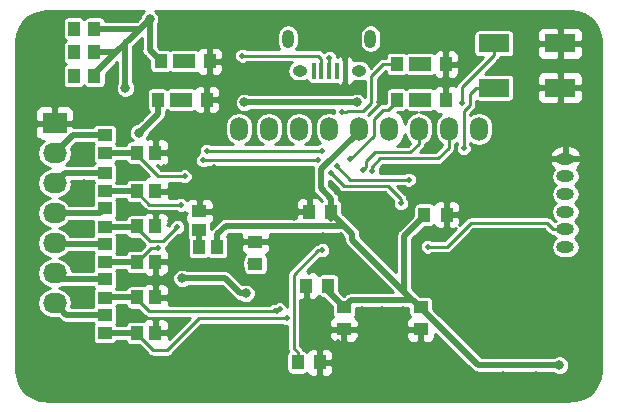
<source format=gbr>
G04 #@! TF.GenerationSoftware,KiCad,Pcbnew,(5.0.0)*
G04 #@! TF.CreationDate,2019-03-01T17:45:54+09:00*
G04 #@! TF.ProjectId,Lipo_Alarm,4C69706F5F416C61726D2E6B69636164,rev?*
G04 #@! TF.SameCoordinates,Original*
G04 #@! TF.FileFunction,Copper,L2,Bot,Signal*
G04 #@! TF.FilePolarity,Positive*
%FSLAX46Y46*%
G04 Gerber Fmt 4.6, Leading zero omitted, Abs format (unit mm)*
G04 Created by KiCad (PCBNEW (5.0.0)) date 03/01/19 17:45:54*
%MOMM*%
%LPD*%
G01*
G04 APERTURE LIST*
G04 #@! TA.AperFunction,SMDPad,CuDef*
%ADD10R,1.000000X1.200000*%
G04 #@! TD*
G04 #@! TA.AperFunction,SMDPad,CuDef*
%ADD11R,1.200000X1.000000*%
G04 #@! TD*
G04 #@! TA.AperFunction,ComponentPad*
%ADD12O,1.524000X1.000000*%
G04 #@! TD*
G04 #@! TA.AperFunction,SMDPad,CuDef*
%ADD13R,2.600000X1.500000*%
G04 #@! TD*
G04 #@! TA.AperFunction,ComponentPad*
%ADD14O,1.500000X2.000000*%
G04 #@! TD*
G04 #@! TA.AperFunction,ComponentPad*
%ADD15O,2.032000X1.727200*%
G04 #@! TD*
G04 #@! TA.AperFunction,ComponentPad*
%ADD16R,2.032000X1.727200*%
G04 #@! TD*
G04 #@! TA.AperFunction,ComponentPad*
%ADD17O,1.000000X1.550000*%
G04 #@! TD*
G04 #@! TA.AperFunction,ComponentPad*
%ADD18O,1.250000X0.950000*%
G04 #@! TD*
G04 #@! TA.AperFunction,SMDPad,CuDef*
%ADD19R,0.400000X1.350000*%
G04 #@! TD*
G04 #@! TA.AperFunction,ViaPad*
%ADD20C,0.500000*%
G04 #@! TD*
G04 #@! TA.AperFunction,ViaPad*
%ADD21C,0.800000*%
G04 #@! TD*
G04 #@! TA.AperFunction,Conductor*
%ADD22C,0.250000*%
G04 #@! TD*
G04 #@! TA.AperFunction,Conductor*
%ADD23C,0.500000*%
G04 #@! TD*
G04 #@! TA.AperFunction,Conductor*
%ADD24C,0.300000*%
G04 #@! TD*
G04 #@! TA.AperFunction,Conductor*
%ADD25C,0.254000*%
G04 #@! TD*
G04 APERTURE END LIST*
D10*
G04 #@! TO.P,C2,1*
G04 #@! TO.N,GND*
X134700000Y-102750000D03*
G04 #@! TO.P,C2,2*
G04 #@! TO.N,/~NRST*
X132820000Y-102750000D03*
G04 #@! TD*
D11*
G04 #@! TO.P,C4,1*
G04 #@! TO.N,GND*
X136750000Y-99950000D03*
G04 #@! TO.P,C4,2*
G04 #@! TO.N,+3.3V*
X136750000Y-98070000D03*
G04 #@! TD*
G04 #@! TO.P,C5,2*
G04 #@! TO.N,+3.3V*
X143250000Y-98070000D03*
G04 #@! TO.P,C5,1*
G04 #@! TO.N,GND*
X143250000Y-99950000D03*
G04 #@! TD*
D10*
G04 #@! TO.P,C6,1*
G04 #@! TO.N,GND*
X145450000Y-90250000D03*
G04 #@! TO.P,C6,2*
G04 #@! TO.N,+3.3V*
X143570000Y-90250000D03*
G04 #@! TD*
G04 #@! TO.P,C8,2*
G04 #@! TO.N,+3.3V*
X135680000Y-90000000D03*
G04 #@! TO.P,C8,1*
G04 #@! TO.N,GND*
X133800000Y-90000000D03*
G04 #@! TD*
G04 #@! TO.P,C10,1*
G04 #@! TO.N,GND*
X133550000Y-96250000D03*
G04 #@! TO.P,C10,2*
G04 #@! TO.N,+3.3V*
X135430000Y-96250000D03*
G04 #@! TD*
G04 #@! TO.P,D8,2*
G04 #@! TO.N,GND*
X145380000Y-80500000D03*
G04 #@! TO.P,D8,1*
G04 #@! TO.N,Net-(D8-Pad1)*
X143620000Y-80500000D03*
G04 #@! TD*
G04 #@! TO.P,D9,1*
G04 #@! TO.N,Net-(D9-Pad1)*
X123370000Y-80500000D03*
G04 #@! TO.P,D9,2*
G04 #@! TO.N,GND*
X125130000Y-80500000D03*
G04 #@! TD*
G04 #@! TO.P,D10,2*
G04 #@! TO.N,GND*
X125380000Y-77250000D03*
G04 #@! TO.P,D10,1*
G04 #@! TO.N,Net-(D10-Pad1)*
X123620000Y-77250000D03*
G04 #@! TD*
D12*
G04 #@! TO.P,P1,1*
G04 #@! TO.N,GND*
X155500000Y-85500000D03*
G04 #@! TO.P,P1,2*
G04 #@! TO.N,Net-(JP1-Pad2)*
X155500000Y-87000000D03*
G04 #@! TO.P,P1,3*
G04 #@! TO.N,/SWCLK*
X155500000Y-88500000D03*
G04 #@! TO.P,P1,4*
G04 #@! TO.N,/SWDIO*
X155500000Y-90000000D03*
G04 #@! TO.P,P1,5*
G04 #@! TO.N,/~NRST*
X155500000Y-91500000D03*
G04 #@! TO.P,P1,6*
G04 #@! TO.N,Net-(P1-Pad6)*
X155500000Y-93000000D03*
G04 #@! TD*
D11*
G04 #@! TO.P,R3,2*
G04 #@! TO.N,/1cell_batt*
X116500000Y-83470000D03*
G04 #@! TO.P,R3,1*
G04 #@! TO.N,/ADC12_IN10*
X116500000Y-85030000D03*
G04 #@! TD*
D10*
G04 #@! TO.P,R4,1*
G04 #@! TO.N,GND*
X120780000Y-85000000D03*
G04 #@! TO.P,R4,2*
G04 #@! TO.N,/ADC12_IN10*
X119220000Y-85000000D03*
G04 #@! TD*
D11*
G04 #@! TO.P,R7,2*
G04 #@! TO.N,/2cell_batt*
X116500000Y-86720000D03*
G04 #@! TO.P,R7,1*
G04 #@! TO.N,/ADC12_IN11*
X116500000Y-88280000D03*
G04 #@! TD*
D10*
G04 #@! TO.P,R8,1*
G04 #@! TO.N,GND*
X120780000Y-88250000D03*
G04 #@! TO.P,R8,2*
G04 #@! TO.N,/ADC12_IN11*
X119220000Y-88250000D03*
G04 #@! TD*
D11*
G04 #@! TO.P,R10,1*
G04 #@! TO.N,/ADC12_IN12*
X116500000Y-91280000D03*
G04 #@! TO.P,R10,2*
G04 #@! TO.N,/3cell_batt*
X116500000Y-89720000D03*
G04 #@! TD*
D10*
G04 #@! TO.P,R11,2*
G04 #@! TO.N,/ADC12_IN12*
X119220000Y-91250000D03*
G04 #@! TO.P,R11,1*
G04 #@! TO.N,GND*
X120780000Y-91250000D03*
G04 #@! TD*
D11*
G04 #@! TO.P,R12,1*
G04 #@! TO.N,/ADC12_IN13*
X116500000Y-94280000D03*
G04 #@! TO.P,R12,2*
G04 #@! TO.N,/4cell_batt*
X116500000Y-92720000D03*
G04 #@! TD*
D10*
G04 #@! TO.P,R13,2*
G04 #@! TO.N,/ADC12_IN13*
X119220000Y-94250000D03*
G04 #@! TO.P,R13,1*
G04 #@! TO.N,GND*
X120780000Y-94250000D03*
G04 #@! TD*
G04 #@! TO.P,R16,2*
G04 #@! TO.N,+BATT*
X120970000Y-80500000D03*
G04 #@! TO.P,R16,1*
G04 #@! TO.N,Net-(D9-Pad1)*
X122530000Y-80500000D03*
G04 #@! TD*
G04 #@! TO.P,R17,1*
G04 #@! TO.N,Net-(D10-Pad1)*
X122780000Y-77250000D03*
G04 #@! TO.P,R17,2*
G04 #@! TO.N,+3.3V*
X121220000Y-77250000D03*
G04 #@! TD*
D11*
G04 #@! TO.P,R18,2*
G04 #@! TO.N,/5cell_batt*
X116500000Y-95720000D03*
G04 #@! TO.P,R18,1*
G04 #@! TO.N,/ADC12_IN0*
X116500000Y-97280000D03*
G04 #@! TD*
D10*
G04 #@! TO.P,R19,1*
G04 #@! TO.N,GND*
X120780000Y-97250000D03*
G04 #@! TO.P,R19,2*
G04 #@! TO.N,/ADC12_IN0*
X119220000Y-97250000D03*
G04 #@! TD*
G04 #@! TO.P,R20,2*
G04 #@! TO.N,Net-(D8-Pad1)*
X142780000Y-80500000D03*
G04 #@! TO.P,R20,1*
G04 #@! TO.N,/PB8*
X141220000Y-80500000D03*
G04 #@! TD*
D11*
G04 #@! TO.P,R21,1*
G04 #@! TO.N,/ADC12_IN1*
X116500000Y-100280000D03*
G04 #@! TO.P,R21,2*
G04 #@! TO.N,+BATT*
X116500000Y-98720000D03*
G04 #@! TD*
D10*
G04 #@! TO.P,R22,1*
G04 #@! TO.N,GND*
X120780000Y-100250000D03*
G04 #@! TO.P,R22,2*
G04 #@! TO.N,/ADC12_IN1*
X119220000Y-100250000D03*
G04 #@! TD*
D13*
G04 #@! TO.P,SW2,2*
G04 #@! TO.N,GND*
X155050000Y-75750000D03*
G04 #@! TO.P,SW2,1*
G04 #@! TO.N,/PB5*
X149450000Y-75750000D03*
G04 #@! TD*
G04 #@! TO.P,SW3,1*
G04 #@! TO.N,/PB4*
X149450000Y-79500000D03*
G04 #@! TO.P,SW3,2*
G04 #@! TO.N,GND*
X155050000Y-79500000D03*
G04 #@! TD*
D14*
G04 #@! TO.P,U2,9*
G04 #@! TO.N,+3.3V*
X148160000Y-82965000D03*
G04 #@! TO.P,U2,8*
G04 #@! TO.N,/I2C1_SCL*
X145620000Y-82965000D03*
G04 #@! TO.P,U2,7*
G04 #@! TO.N,/I2C1_SDA*
X143080000Y-82965000D03*
G04 #@! TO.P,U2,6*
G04 #@! TO.N,GND*
X140540000Y-82965000D03*
G04 #@! TO.P,U2,5*
G04 #@! TO.N,+3.3V*
X138000000Y-82965000D03*
G04 #@! TO.P,U2,4*
G04 #@! TO.N,Net-(C13-Pad2)*
X135460000Y-82965000D03*
G04 #@! TO.P,U2,3*
G04 #@! TO.N,Net-(C13-Pad1)*
X132920000Y-82965000D03*
G04 #@! TO.P,U2,2*
G04 #@! TO.N,Net-(C12-Pad1)*
X130380000Y-82965000D03*
G04 #@! TO.P,U2,1*
G04 #@! TO.N,Net-(U2-Pad1)*
X127840000Y-82965000D03*
G04 #@! TD*
D11*
G04 #@! TO.P,C15,1*
G04 #@! TO.N,GND*
X129250000Y-92550000D03*
G04 #@! TO.P,C15,2*
G04 #@! TO.N,Net-(C15-Pad2)*
X129250000Y-94430000D03*
G04 #@! TD*
D10*
G04 #@! TO.P,D12,2*
G04 #@! TO.N,GND*
X145380000Y-77500000D03*
G04 #@! TO.P,D12,1*
G04 #@! TO.N,Net-(D12-Pad1)*
X143620000Y-77500000D03*
G04 #@! TD*
D11*
G04 #@! TO.P,R23,1*
G04 #@! TO.N,Net-(R23-Pad1)*
X124500000Y-91530000D03*
G04 #@! TO.P,R23,2*
G04 #@! TO.N,GND*
X124500000Y-89970000D03*
G04 #@! TD*
D10*
G04 #@! TO.P,R25,2*
G04 #@! TO.N,Net-(R23-Pad1)*
X124470000Y-93000000D03*
G04 #@! TO.P,R25,1*
G04 #@! TO.N,+3.3V*
X126030000Y-93000000D03*
G04 #@! TD*
G04 #@! TO.P,R26,2*
G04 #@! TO.N,Net-(D12-Pad1)*
X142780000Y-77500000D03*
G04 #@! TO.P,R26,1*
G04 #@! TO.N,/PB9*
X141220000Y-77500000D03*
G04 #@! TD*
D15*
G04 #@! TO.P,P2,7*
G04 #@! TO.N,+BATT*
X112250000Y-97740000D03*
G04 #@! TO.P,P2,6*
G04 #@! TO.N,/5cell_batt*
X112250000Y-95200000D03*
G04 #@! TO.P,P2,5*
G04 #@! TO.N,/4cell_batt*
X112250000Y-92660000D03*
G04 #@! TO.P,P2,4*
G04 #@! TO.N,/3cell_batt*
X112250000Y-90120000D03*
G04 #@! TO.P,P2,3*
G04 #@! TO.N,/2cell_batt*
X112250000Y-87580000D03*
G04 #@! TO.P,P2,2*
G04 #@! TO.N,/1cell_batt*
X112250000Y-85040000D03*
D16*
G04 #@! TO.P,P2,1*
G04 #@! TO.N,GND*
X112250000Y-82500000D03*
G04 #@! TD*
D10*
G04 #@! TO.P,D13,1*
G04 #@! TO.N,+3.3V*
X115630000Y-74500000D03*
G04 #@! TO.P,D13,2*
G04 #@! TO.N,Net-(D13-Pad2)*
X113870000Y-74500000D03*
G04 #@! TD*
G04 #@! TO.P,D14,2*
G04 #@! TO.N,Net-(D14-Pad2)*
X113870000Y-76500000D03*
G04 #@! TO.P,D14,1*
G04 #@! TO.N,+3.3V*
X115630000Y-76500000D03*
G04 #@! TD*
G04 #@! TO.P,D15,2*
G04 #@! TO.N,Net-(D15-Pad2)*
X113870000Y-78500000D03*
G04 #@! TO.P,D15,1*
G04 #@! TO.N,+3.3V*
X115630000Y-78500000D03*
G04 #@! TD*
D17*
G04 #@! TO.P,P3,6*
G04 #@! TO.N,Net-(P3-Pad6)*
X138999100Y-75362540D03*
X131999100Y-75362540D03*
D18*
X137999100Y-78062540D03*
X132999100Y-78062540D03*
D19*
G04 #@! TO.P,P3,5*
G04 #@! TO.N,GND*
X136799100Y-78062540D03*
G04 #@! TO.P,P3,4*
G04 #@! TO.N,Net-(P3-Pad4)*
X136149100Y-78062540D03*
G04 #@! TO.P,P3,3*
G04 #@! TO.N,/D+*
X135499100Y-78062540D03*
G04 #@! TO.P,P3,2*
G04 #@! TO.N,/D-*
X134849100Y-78062540D03*
G04 #@! TO.P,P3,1*
G04 #@! TO.N,Net-(P3-Pad1)*
X134199100Y-78062540D03*
G04 #@! TD*
D20*
G04 #@! TO.N,GND*
X125000000Y-90000000D03*
X117070000Y-73500000D03*
X139700000Y-80750000D03*
X120780000Y-100480002D03*
X120780000Y-97019998D03*
X118000000Y-92750000D03*
X113500000Y-96750000D03*
X114250000Y-94500000D03*
X113500000Y-91250000D03*
X113500000Y-88750000D03*
X113750000Y-85750000D03*
X114500000Y-100250000D03*
X146250000Y-89000000D03*
X146750000Y-86250000D03*
X144250000Y-84500000D03*
X141750000Y-84250000D03*
X139250000Y-77000000D03*
X134000000Y-79500000D03*
X131000000Y-78000000D03*
X129250000Y-77750000D03*
X130750000Y-75750000D03*
X128750000Y-74000000D03*
X114250000Y-81750000D03*
X125000000Y-96750000D03*
X125000000Y-94500000D03*
X127000000Y-94250000D03*
X127000000Y-97750000D03*
X121750000Y-102500000D03*
X124750000Y-100000000D03*
X118000000Y-95750000D03*
X118000000Y-101750000D03*
X118000000Y-86750000D03*
X118000000Y-89750000D03*
X118000000Y-83500000D03*
X122250000Y-85000000D03*
X150250000Y-84750000D03*
X153750000Y-88250000D03*
X153250000Y-84750000D03*
X153750000Y-92500000D03*
X152500000Y-94500000D03*
X150500000Y-96500000D03*
X146500000Y-95750000D03*
X146750000Y-99750000D03*
X146500000Y-103000000D03*
X134000000Y-100500000D03*
X135250000Y-98000000D03*
X137250000Y-96500000D03*
X137250000Y-93750000D03*
X141000000Y-91000000D03*
X144000000Y-91750000D03*
X141750000Y-98250000D03*
X138250000Y-98250000D03*
X140000000Y-96500000D03*
X125500000Y-87750000D03*
X122000000Y-88250000D03*
X122000000Y-90750000D03*
X121250000Y-83250000D03*
X111750000Y-73500000D03*
X109500000Y-75250000D03*
X109500000Y-77500000D03*
X109500000Y-79750000D03*
X109500000Y-81750000D03*
X109500000Y-84000000D03*
X109500000Y-86250000D03*
X109500000Y-88500000D03*
X109500000Y-90750000D03*
X109500000Y-93000000D03*
X109500000Y-95500000D03*
X109500000Y-98000000D03*
X111750000Y-99500000D03*
X109500000Y-100750000D03*
X109500000Y-103500000D03*
X111500000Y-105500000D03*
X114250000Y-105500000D03*
X114250000Y-105500000D03*
X114250000Y-105500000D03*
X117000000Y-105500000D03*
X120000000Y-105500000D03*
X122000000Y-105500000D03*
X112750000Y-102750000D03*
X116500000Y-103500000D03*
X120000000Y-103750000D03*
X112250000Y-80250000D03*
X116750000Y-81750000D03*
X124000000Y-79000000D03*
X122250000Y-78500000D03*
X124250000Y-75750000D03*
X124000000Y-73750000D03*
X126250000Y-82500000D03*
X131750000Y-81750000D03*
X134250000Y-82000000D03*
X141750000Y-81750000D03*
X127500000Y-73250000D03*
X132000000Y-73250000D03*
X133500000Y-76000000D03*
X136250000Y-76500000D03*
X135500000Y-73250000D03*
X141000000Y-73250000D03*
X146000000Y-73250000D03*
X148750000Y-73250000D03*
X153250000Y-73250000D03*
X155250000Y-73250000D03*
X157750000Y-74500000D03*
X158250000Y-76750000D03*
X158250000Y-79000000D03*
X158250000Y-81500000D03*
X158250000Y-84500000D03*
X158250000Y-88000000D03*
X158250000Y-90500000D03*
X158250000Y-92750000D03*
X158250000Y-94750000D03*
X158250000Y-96750000D03*
X157000000Y-96750000D03*
X158250000Y-98000000D03*
X156750000Y-94500000D03*
X156750000Y-90750000D03*
X156750000Y-89250000D03*
X156750000Y-87750000D03*
X155500000Y-84000000D03*
X151000000Y-81250000D03*
X152250000Y-83250000D03*
X149000000Y-87000000D03*
X149000000Y-89500000D03*
X144250000Y-88250000D03*
X158250000Y-103250000D03*
X157250000Y-105500000D03*
X153750000Y-105750000D03*
X153000000Y-103750000D03*
X150250000Y-105750000D03*
X150250000Y-103750000D03*
X148000000Y-103750000D03*
X148000000Y-105750000D03*
X145500000Y-105750000D03*
X144500000Y-102750000D03*
X141500000Y-102750000D03*
X141250000Y-101000000D03*
X138750000Y-101000000D03*
X136250000Y-101000000D03*
X133500000Y-98750000D03*
X131250000Y-101250000D03*
X129500000Y-100750000D03*
X130750000Y-105500000D03*
X133250000Y-105750000D03*
X132250000Y-104000000D03*
X136000000Y-105750000D03*
X136000000Y-104000000D03*
X139000000Y-105750000D03*
X140000000Y-104000000D03*
X142250000Y-105750000D03*
X155000000Y-81250000D03*
X149250000Y-78000000D03*
X146750000Y-78250000D03*
X146500000Y-75250000D03*
X144750000Y-76250000D03*
X141500000Y-76250000D03*
X138000000Y-73250000D03*
X137500000Y-76750000D03*
X131750000Y-79750000D03*
X129500000Y-79250000D03*
X127250000Y-77250000D03*
X127000000Y-80750000D03*
X117000000Y-79750000D03*
X133500000Y-88750000D03*
X132500000Y-90500000D03*
X130500000Y-102750000D03*
X131250000Y-95500000D03*
X153000000Y-97750000D03*
X148500000Y-98500000D03*
X155750000Y-101000000D03*
X155750000Y-98500000D03*
X157250000Y-100500000D03*
X148250000Y-101250000D03*
X153000000Y-101750000D03*
X146500000Y-97750000D03*
X156750000Y-82500000D03*
X153500000Y-82000000D03*
X148750000Y-85000000D03*
X152000000Y-86250000D03*
X124000000Y-85750000D03*
X121500000Y-86250000D03*
X115000000Y-80000000D03*
X112500000Y-77750000D03*
X112500000Y-75500000D03*
X111000000Y-84000000D03*
X111000000Y-86250000D03*
X111000000Y-88750000D03*
X111000000Y-91500000D03*
X111000000Y-94000000D03*
X111000000Y-96500000D03*
X139000000Y-95250000D03*
X145250000Y-98500000D03*
X124000000Y-88750000D03*
X140000000Y-98250000D03*
X136750000Y-95000000D03*
X136500000Y-92000000D03*
X136500000Y-79500000D03*
X147500000Y-87750000D03*
X145750000Y-87750000D03*
X124250000Y-82750000D03*
X125750000Y-84000000D03*
X124250000Y-86750000D03*
X125750000Y-86250000D03*
X122000000Y-82000000D03*
X154500000Y-99750000D03*
X150000000Y-102000000D03*
X121750000Y-75000000D03*
X129100000Y-83850000D03*
X143750000Y-96750000D03*
X142750000Y-96250000D03*
X142750000Y-92250000D03*
X144000000Y-94250000D03*
X144000000Y-95500000D03*
X142750000Y-94500000D03*
X141000000Y-94500000D03*
X138500000Y-92000000D03*
X137000000Y-89500000D03*
X140250000Y-89500000D03*
X139250000Y-90500000D03*
X140000000Y-93750000D03*
X141000000Y-92250000D03*
X135000000Y-94500000D03*
X134750000Y-99250000D03*
X133500000Y-86500000D03*
X127250000Y-79750000D03*
X124250000Y-81750000D03*
X123000000Y-79250000D03*
X122500000Y-73250000D03*
X115250000Y-73250000D03*
X113250000Y-73250000D03*
X111000000Y-75500000D03*
X111000000Y-77500000D03*
X111000000Y-80000000D03*
X113500000Y-80750000D03*
X110500000Y-82500000D03*
X115000000Y-82500000D03*
X119000000Y-82000000D03*
X111500000Y-101750000D03*
X114750000Y-103750000D03*
X116000000Y-101500000D03*
X119750000Y-102250000D03*
X155000000Y-94500000D03*
X156750000Y-92250000D03*
X156750000Y-86250000D03*
X150000000Y-94500000D03*
X151250000Y-93500000D03*
X135000000Y-76000000D03*
X143500000Y-75000000D03*
X141000000Y-75000000D03*
X152250000Y-75250000D03*
X152250000Y-80250000D03*
X137250000Y-74250000D03*
X134500000Y-74500000D03*
X130000000Y-74500000D03*
X144330000Y-81780000D03*
X149110000Y-81220000D03*
X151670000Y-84540000D03*
X140200000Y-78420000D03*
X148750000Y-92500000D03*
X153250000Y-95500000D03*
X147750000Y-85000000D03*
X154000000Y-86000000D03*
X150250000Y-77250000D03*
X151000000Y-78000000D03*
X151500000Y-79500000D03*
X151500000Y-75750000D03*
X150750000Y-74250000D03*
X148250000Y-74250000D03*
X143000000Y-76250000D03*
X131750000Y-78500000D03*
X128250000Y-78500000D03*
X124250000Y-97750000D03*
X130500000Y-94250000D03*
X115250000Y-97750000D03*
X114000000Y-97750000D03*
X115250000Y-96750000D03*
X113500000Y-93750000D03*
X115250000Y-93750000D03*
X114750000Y-91750000D03*
X115000000Y-89250000D03*
X114750000Y-87500000D03*
X115000000Y-91000000D03*
X114250000Y-84500000D03*
X115000000Y-85750000D03*
X117500000Y-82500000D03*
X116000000Y-82250000D03*
X113250000Y-79750000D03*
X112500000Y-79000000D03*
X135750000Y-93750000D03*
X135000000Y-92000000D03*
X142500000Y-90250000D03*
X137750000Y-90750000D03*
X138500000Y-89750000D03*
X145000000Y-88750000D03*
X148500000Y-90250000D03*
X151750000Y-82250000D03*
X148250000Y-86250000D03*
X149750000Y-81750000D03*
X146750000Y-77000000D03*
X140250000Y-76250000D03*
X140250000Y-74250000D03*
X130750000Y-79250000D03*
X121750000Y-76000000D03*
X122750000Y-86250000D03*
X113000000Y-100500000D03*
X111250000Y-103750000D03*
X113000000Y-104500000D03*
X114500000Y-102000000D03*
X118500000Y-104250000D03*
X118250000Y-103000000D03*
X121250000Y-103750000D03*
X110500000Y-99750000D03*
X110000000Y-96750000D03*
X110000000Y-94250000D03*
X110000000Y-91500000D03*
X110000000Y-89750000D03*
X110000000Y-87500000D03*
X110000000Y-85250000D03*
X145250000Y-74750000D03*
X143250000Y-73250000D03*
X139250000Y-73750000D03*
X135500000Y-75250000D03*
X133250000Y-74750000D03*
X137000000Y-75750000D03*
X129750000Y-73250000D03*
D21*
G04 #@! TO.N,/~NRST*
X132820000Y-102750000D03*
D20*
X143840000Y-92960000D03*
X134930000Y-93250000D03*
D21*
G04 #@! TO.N,+3.3V*
X120300000Y-73690000D03*
X118250000Y-79530000D03*
D20*
X143570000Y-90250000D03*
X143250000Y-98070000D03*
X136750000Y-98070000D03*
X135430000Y-96250000D03*
X135680000Y-90000000D03*
D21*
X137820000Y-80750000D03*
X128320000Y-80750000D03*
X155000000Y-103000000D03*
X126030000Y-93000000D03*
G04 #@! TO.N,+BATT*
X116500000Y-98720000D03*
X119380000Y-83310000D03*
G04 #@! TO.N,/1cell_batt*
X116500000Y-83470000D03*
G04 #@! TO.N,/2cell_batt*
X116500000Y-86720000D03*
G04 #@! TO.N,/3cell_batt*
X116500000Y-89720000D03*
G04 #@! TO.N,/4cell_batt*
X116500000Y-92720000D03*
G04 #@! TO.N,/5cell_batt*
X116500000Y-95720000D03*
D20*
G04 #@! TO.N,/I2C1_SCL*
X139150000Y-86530000D03*
G04 #@! TO.N,/ADC12_IN10*
X123260000Y-87000000D03*
G04 #@! TO.N,/I2C1_SDA*
X138343604Y-86461388D03*
G04 #@! TO.N,/ADC12_IN11*
X122930000Y-89400000D03*
G04 #@! TO.N,/ADC12_IN12*
X122620000Y-91310000D03*
G04 #@! TO.N,/ADC12_IN13*
X121040000Y-93055000D03*
G04 #@! TO.N,/ADC12_IN0*
X131300000Y-98260000D03*
X131110000Y-98440000D03*
G04 #@! TO.N,/ADC12_IN1*
X131900000Y-99040000D03*
D21*
G04 #@! TO.N,Net-(C15-Pad2)*
X128950000Y-94365000D03*
G04 #@! TO.N,Net-(R23-Pad1)*
X124470000Y-93000000D03*
G04 #@! TO.N,Net-(R24-Pad2)*
X123050000Y-95635000D03*
X128450000Y-96905000D03*
D20*
G04 #@! TO.N,/PB4*
X146890000Y-84640000D03*
X149280000Y-79500000D03*
G04 #@! TO.N,/PB8*
X137250000Y-85570000D03*
G04 #@! TO.N,/PB9*
X136610000Y-81580000D03*
G04 #@! TO.N,Net-(D13-Pad2)*
X113970000Y-74500000D03*
G04 #@! TO.N,Net-(D14-Pad2)*
X113970000Y-76500000D03*
G04 #@! TO.N,Net-(D15-Pad2)*
X113870000Y-78500000D03*
G04 #@! TO.N,/D+*
X135500000Y-76970000D03*
G04 #@! TO.N,/D-*
X128140000Y-76780000D03*
G04 #@! TO.N,/PB5*
X146780000Y-80770000D03*
X149280000Y-75750000D03*
G04 #@! TO.N,/USART3_TX*
X142240000Y-87280000D03*
X136150000Y-86150000D03*
X134860000Y-84840000D03*
X125130000Y-84840000D03*
G04 #@! TO.N,/USART3_RX*
X141570000Y-89290000D03*
X135650000Y-86710000D03*
X134582525Y-85642525D03*
X124830000Y-85640000D03*
G04 #@! TD*
D22*
G04 #@! TO.N,GND*
X120780000Y-100250000D02*
X120780000Y-100480002D01*
X120780000Y-97250000D02*
X120780000Y-97019998D01*
G04 #@! TO.N,/~NRST*
X134576447Y-93250000D02*
X132510000Y-95316447D01*
X132820000Y-101900000D02*
X132820000Y-102750000D01*
X132510000Y-101590000D02*
X132820000Y-101900000D01*
X132510000Y-95316447D02*
X132510000Y-101590000D01*
X154488000Y-91500000D02*
X153938000Y-90950000D01*
X155500000Y-91500000D02*
X154488000Y-91500000D01*
X153938000Y-90950000D02*
X147490000Y-90950000D01*
X147490000Y-90950000D02*
X145480000Y-92960000D01*
X145480000Y-92960000D02*
X143840000Y-92960000D01*
X134930000Y-93250000D02*
X134576447Y-93250000D01*
D23*
G04 #@! TO.N,+3.3V*
X120220000Y-73770000D02*
X120300000Y-73690000D01*
X120300000Y-73690000D02*
X120290000Y-73690000D01*
X119480000Y-74500000D02*
X115630000Y-74500000D01*
X120290000Y-73690000D02*
X119480000Y-74500000D01*
X115630000Y-76500000D02*
X117480000Y-76500000D01*
X115630000Y-78350000D02*
X115630000Y-78500000D01*
X117480000Y-76500000D02*
X115630000Y-78350000D01*
X120300000Y-76330000D02*
X121220000Y-77250000D01*
X120300000Y-73690000D02*
X120300000Y-76330000D01*
X118250000Y-75730000D02*
X118810000Y-75170000D01*
X118250000Y-79530000D02*
X118250000Y-75730000D01*
X117480000Y-76500000D02*
X118810000Y-75170000D01*
X118810000Y-75170000D02*
X119480000Y-74500000D01*
X126030000Y-93000000D02*
X126030000Y-92900000D01*
X138000000Y-83215000D02*
X138000000Y-82965000D01*
X135430000Y-96750000D02*
X136750000Y-98070000D01*
X135430000Y-96250000D02*
X135430000Y-96750000D01*
X135680000Y-90600000D02*
X135680000Y-90000000D01*
X143250000Y-98070000D02*
X143150000Y-98070000D01*
X137820000Y-80750000D02*
X136820000Y-80750000D01*
X136820000Y-80750000D02*
X128320000Y-80750000D01*
X143250000Y-98070000D02*
X143250000Y-98120000D01*
X143250000Y-98120000D02*
X148130000Y-103000000D01*
X148130000Y-103000000D02*
X155000000Y-103000000D01*
X126030000Y-91900000D02*
X126030000Y-93000000D01*
X126729999Y-91200001D02*
X126030000Y-91900000D01*
X134010001Y-91200001D02*
X126729999Y-91200001D01*
X134805000Y-88025000D02*
X134805000Y-86410000D01*
X135680000Y-88900000D02*
X134805000Y-88025000D01*
X135680000Y-90000000D02*
X135680000Y-88900000D01*
X134805000Y-86410000D02*
X138000000Y-83215000D01*
X135680000Y-90100000D02*
X135680000Y-90000000D01*
X137440000Y-91860000D02*
X135680000Y-90100000D01*
X137440000Y-92360000D02*
X137440000Y-91860000D01*
X137396002Y-91860000D02*
X137440000Y-91860000D01*
X136736003Y-91200001D02*
X137396002Y-91860000D01*
X134010001Y-91200001D02*
X136736003Y-91200001D01*
X143570000Y-90350000D02*
X143570000Y-90250000D01*
X141850000Y-92070000D02*
X143570000Y-90350000D01*
X141850000Y-96770000D02*
X141850000Y-92070000D01*
X141850000Y-96770000D02*
X137440000Y-92360000D01*
X143150000Y-98070000D02*
X141850000Y-96770000D01*
X143150000Y-98070000D02*
X142570000Y-97490000D01*
X137330000Y-97490000D02*
X136750000Y-98070000D01*
X142570000Y-97490000D02*
X137330000Y-97490000D01*
G04 #@! TO.N,+BATT*
X113230000Y-98720000D02*
X116500000Y-98720000D01*
X112250000Y-97740000D02*
X113230000Y-98720000D01*
X119380000Y-83310000D02*
X119970000Y-82720000D01*
X120970000Y-81720000D02*
X119380000Y-83310000D01*
X120970000Y-80500000D02*
X120970000Y-81720000D01*
G04 #@! TO.N,/1cell_batt*
X113820000Y-83470000D02*
X116500000Y-83470000D01*
X112250000Y-85040000D02*
X113820000Y-83470000D01*
G04 #@! TO.N,/2cell_batt*
X113110000Y-86720000D02*
X116500000Y-86720000D01*
X112250000Y-87580000D02*
X113110000Y-86720000D01*
G04 #@! TO.N,/3cell_batt*
X116100000Y-90120000D02*
X116500000Y-89720000D01*
X112250000Y-90120000D02*
X116100000Y-90120000D01*
G04 #@! TO.N,/4cell_batt*
X112310000Y-92720000D02*
X112250000Y-92660000D01*
X116500000Y-92720000D02*
X112310000Y-92720000D01*
G04 #@! TO.N,/5cell_batt*
X112770000Y-95720000D02*
X116500000Y-95720000D01*
X112250000Y-95200000D02*
X112770000Y-95720000D01*
D24*
G04 #@! TO.N,Net-(D8-Pad1)*
X142780000Y-80500000D02*
X143620000Y-80500000D01*
D23*
G04 #@! TO.N,Net-(D9-Pad1)*
X123370000Y-80500000D02*
X122530000Y-80500000D01*
G04 #@! TO.N,Net-(D10-Pad1)*
X122780000Y-77250000D02*
X123620000Y-77250000D01*
D22*
G04 #@! TO.N,/I2C1_SCL*
X145620000Y-84580000D02*
X145620000Y-82965000D01*
X144710000Y-85490000D02*
X145620000Y-84580000D01*
X139836447Y-85490000D02*
X144710000Y-85490000D01*
X139150000Y-86530000D02*
X139150000Y-86176447D01*
X139150000Y-86176447D02*
X139836447Y-85490000D01*
D23*
G04 #@! TO.N,/ADC12_IN10*
X119190000Y-85030000D02*
X119220000Y-85000000D01*
X116500000Y-85030000D02*
X119190000Y-85030000D01*
D22*
X119220000Y-85000000D02*
X119220000Y-85180000D01*
X121040000Y-87000000D02*
X121330000Y-87000000D01*
X119220000Y-85180000D02*
X121040000Y-87000000D01*
X123260000Y-87000000D02*
X121330000Y-87000000D01*
G04 #@! TO.N,/I2C1_SDA*
X143080000Y-84250000D02*
X143080000Y-82965000D01*
X142370000Y-84960000D02*
X143080000Y-84250000D01*
X139360000Y-84960000D02*
X142370000Y-84960000D01*
X138593603Y-85726397D02*
X139360000Y-84960000D01*
X138343604Y-86461388D02*
X138593603Y-86211389D01*
X138593603Y-86211389D02*
X138593603Y-85726397D01*
D23*
G04 #@! TO.N,/ADC12_IN11*
X116530000Y-88250000D02*
X116500000Y-88280000D01*
X119220000Y-88250000D02*
X116530000Y-88250000D01*
D22*
X119220000Y-88350000D02*
X119220000Y-88250000D01*
X120270000Y-89400000D02*
X119220000Y-88350000D01*
X122930000Y-89400000D02*
X120270000Y-89400000D01*
D23*
G04 #@! TO.N,/ADC12_IN12*
X119190000Y-91280000D02*
X119220000Y-91250000D01*
X116500000Y-91280000D02*
X119190000Y-91280000D01*
D22*
X122620000Y-91310000D02*
X121450000Y-92480000D01*
X119220000Y-91350000D02*
X119220000Y-91250000D01*
X120350000Y-92480000D02*
X119220000Y-91350000D01*
X121450000Y-92480000D02*
X120350000Y-92480000D01*
D23*
G04 #@! TO.N,/ADC12_IN13*
X119190000Y-94280000D02*
X119220000Y-94250000D01*
X116500000Y-94280000D02*
X119190000Y-94280000D01*
D22*
X120415000Y-93055000D02*
X119220000Y-94250000D01*
X121040000Y-93055000D02*
X120415000Y-93055000D01*
D23*
G04 #@! TO.N,/ADC12_IN0*
X116530000Y-97250000D02*
X116500000Y-97280000D01*
X119220000Y-97250000D02*
X116530000Y-97250000D01*
D22*
X119220000Y-97250000D02*
X119220000Y-97260000D01*
X119220000Y-97375002D02*
X120104998Y-98260000D01*
X119220000Y-97260000D02*
X119220000Y-97375002D01*
X130820000Y-98260000D02*
X131300000Y-98260000D01*
X120284998Y-98440000D02*
X120104998Y-98260000D01*
X131110000Y-98440000D02*
X120284998Y-98440000D01*
D23*
G04 #@! TO.N,/ADC12_IN1*
X119190000Y-100280000D02*
X119220000Y-100250000D01*
X116500000Y-100280000D02*
X119190000Y-100280000D01*
D22*
X130906447Y-99040000D02*
X124460000Y-99040000D01*
X124460000Y-99040000D02*
X121770000Y-101730000D01*
X119220000Y-100350000D02*
X119220000Y-100250000D01*
X120600000Y-101730000D02*
X119220000Y-100350000D01*
X121770000Y-101730000D02*
X120600000Y-101730000D01*
X130906447Y-99040000D02*
X131900000Y-99040000D01*
D24*
G04 #@! TO.N,Net-(D12-Pad1)*
X142780000Y-77500000D02*
X143620000Y-77500000D01*
D23*
G04 #@! TO.N,Net-(R23-Pad1)*
X124470000Y-91560000D02*
X124500000Y-91530000D01*
X124470000Y-93000000D02*
X124470000Y-91560000D01*
G04 #@! TO.N,Net-(R24-Pad2)*
X127975000Y-96905000D02*
X128450000Y-96905000D01*
X126705000Y-95635000D02*
X127975000Y-96905000D01*
X123050000Y-95635000D02*
X126705000Y-95635000D01*
D22*
G04 #@! TO.N,/PB4*
X147900000Y-79500000D02*
X149450000Y-79500000D01*
X147400000Y-80000000D02*
X147900000Y-79500000D01*
X147400000Y-81000000D02*
X147400000Y-80000000D01*
X146890000Y-81510000D02*
X147400000Y-81000000D01*
X146890000Y-84640000D02*
X146890000Y-81510000D01*
G04 #@! TO.N,/PB8*
X141220000Y-80600000D02*
X141220000Y-80500000D01*
X140470000Y-81350000D02*
X141220000Y-80600000D01*
X140060000Y-81350000D02*
X140470000Y-81350000D01*
X139260000Y-82150000D02*
X140060000Y-81350000D01*
X139260000Y-83560000D02*
X139260000Y-82150000D01*
X137250000Y-85570000D02*
X139260000Y-83560000D01*
G04 #@! TO.N,/PB9*
X140090000Y-77500000D02*
X141220000Y-77500000D01*
X136963553Y-81580000D02*
X137068552Y-81475001D01*
X137068552Y-81475001D02*
X138344999Y-81475001D01*
X138344999Y-81475001D02*
X139060000Y-80760000D01*
X139060000Y-80760000D02*
X139060000Y-78530000D01*
X136610000Y-81580000D02*
X136963553Y-81580000D01*
X139060000Y-78530000D02*
X140090000Y-77500000D01*
G04 #@! TO.N,/D+*
X135499100Y-78062540D02*
X135499100Y-76970900D01*
X135499100Y-76970900D02*
X135500000Y-76970000D01*
G04 #@! TO.N,/D-*
X134849100Y-77137540D02*
X134850000Y-77136640D01*
X134849100Y-78062540D02*
X134849100Y-77137540D01*
X134849100Y-77137540D02*
X134849100Y-77089100D01*
X134849100Y-77089100D02*
X134540000Y-76780000D01*
X134540000Y-76780000D02*
X128140000Y-76780000D01*
G04 #@! TO.N,/PB5*
X146780000Y-79420000D02*
X146780000Y-80770000D01*
X149450000Y-75750000D02*
X149450000Y-76750000D01*
X149450000Y-76750000D02*
X146780000Y-79420000D01*
G04 #@! TO.N,/USART3_TX*
X142240000Y-87280000D02*
X137280000Y-87280000D01*
X137280000Y-87280000D02*
X136150000Y-86150000D01*
X134860000Y-84840000D02*
X134506447Y-84840000D01*
X134506447Y-84840000D02*
X125130000Y-84840000D01*
G04 #@! TO.N,/USART3_RX*
X141570000Y-88936447D02*
X140453553Y-87820000D01*
X141570000Y-89290000D02*
X141570000Y-88936447D01*
X140453553Y-87820000D02*
X136760000Y-87820000D01*
X136760000Y-87820000D02*
X135650000Y-86710000D01*
X125172525Y-85642525D02*
X125170000Y-85640000D01*
X124832525Y-85642525D02*
X124830000Y-85640000D01*
X125520000Y-85642525D02*
X124832525Y-85642525D01*
X125520000Y-85642525D02*
X125172525Y-85642525D01*
X134582525Y-85642525D02*
X125520000Y-85642525D01*
G04 #@! TD*
D25*
G04 #@! TO.N,GND*
G36*
X119598903Y-73221542D02*
X119473000Y-73525499D01*
X119473000Y-73549578D01*
X119199579Y-73823000D01*
X116550049Y-73823000D01*
X116532225Y-73733393D01*
X116437850Y-73592150D01*
X116296607Y-73497775D01*
X116130000Y-73464635D01*
X115130000Y-73464635D01*
X114963393Y-73497775D01*
X114822150Y-73592150D01*
X114750000Y-73700131D01*
X114677850Y-73592150D01*
X114536607Y-73497775D01*
X114370000Y-73464635D01*
X113370000Y-73464635D01*
X113203393Y-73497775D01*
X113062150Y-73592150D01*
X112967775Y-73733393D01*
X112934635Y-73900000D01*
X112934635Y-75100000D01*
X112967775Y-75266607D01*
X113062150Y-75407850D01*
X113200063Y-75500000D01*
X113062150Y-75592150D01*
X112967775Y-75733393D01*
X112934635Y-75900000D01*
X112934635Y-77100000D01*
X112967775Y-77266607D01*
X113062150Y-77407850D01*
X113200063Y-77500000D01*
X113062150Y-77592150D01*
X112967775Y-77733393D01*
X112934635Y-77900000D01*
X112934635Y-79100000D01*
X112967775Y-79266607D01*
X113062150Y-79407850D01*
X113203393Y-79502225D01*
X113370000Y-79535365D01*
X114370000Y-79535365D01*
X114536607Y-79502225D01*
X114677850Y-79407850D01*
X114750000Y-79299869D01*
X114822150Y-79407850D01*
X114963393Y-79502225D01*
X115130000Y-79535365D01*
X116130000Y-79535365D01*
X116296607Y-79502225D01*
X116437850Y-79407850D01*
X116532225Y-79266607D01*
X116565365Y-79100000D01*
X116565365Y-78372056D01*
X117573001Y-77364421D01*
X117573000Y-79037445D01*
X117548903Y-79061542D01*
X117423000Y-79365499D01*
X117423000Y-79694501D01*
X117548903Y-79998458D01*
X117781542Y-80231097D01*
X118085499Y-80357000D01*
X118414501Y-80357000D01*
X118718458Y-80231097D01*
X118951097Y-79998458D01*
X119077000Y-79694501D01*
X119077000Y-79365499D01*
X118951097Y-79061542D01*
X118927000Y-79037445D01*
X118927000Y-76010422D01*
X119160498Y-75776924D01*
X119335860Y-75601563D01*
X119335864Y-75601557D01*
X119623001Y-75314421D01*
X119623001Y-76263319D01*
X119609737Y-76330000D01*
X119650440Y-76534622D01*
X119662281Y-76594152D01*
X119811911Y-76818090D01*
X119868440Y-76855862D01*
X120284635Y-77272057D01*
X120284635Y-77850000D01*
X120317775Y-78016607D01*
X120412150Y-78157850D01*
X120553393Y-78252225D01*
X120720000Y-78285365D01*
X121720000Y-78285365D01*
X121886607Y-78252225D01*
X122000000Y-78176459D01*
X122113393Y-78252225D01*
X122280000Y-78285365D01*
X124120000Y-78285365D01*
X124286607Y-78252225D01*
X124345109Y-78213135D01*
X124520302Y-78388327D01*
X124753691Y-78485000D01*
X125094250Y-78485000D01*
X125253000Y-78326250D01*
X125253000Y-77377000D01*
X125507000Y-77377000D01*
X125507000Y-78326250D01*
X125665750Y-78485000D01*
X126006309Y-78485000D01*
X126239698Y-78388327D01*
X126418327Y-78209699D01*
X126515000Y-77976310D01*
X126515000Y-77535750D01*
X126356250Y-77377000D01*
X125507000Y-77377000D01*
X125253000Y-77377000D01*
X125233000Y-77377000D01*
X125233000Y-77123000D01*
X125253000Y-77123000D01*
X125253000Y-76173750D01*
X125507000Y-76173750D01*
X125507000Y-77123000D01*
X126356250Y-77123000D01*
X126515000Y-76964250D01*
X126515000Y-76645336D01*
X127463000Y-76645336D01*
X127463000Y-76914664D01*
X127566067Y-77163490D01*
X127756510Y-77353933D01*
X128005336Y-77457000D01*
X128274664Y-77457000D01*
X128523490Y-77353933D01*
X128545423Y-77332000D01*
X132318873Y-77332000D01*
X132198794Y-77412234D01*
X131999435Y-77710597D01*
X131929429Y-78062540D01*
X131999435Y-78414483D01*
X132198794Y-78712846D01*
X132497157Y-78912205D01*
X132760262Y-78964540D01*
X133237938Y-78964540D01*
X133501043Y-78912205D01*
X133587047Y-78854739D01*
X133596875Y-78904147D01*
X133691250Y-79045390D01*
X133832493Y-79139765D01*
X133999100Y-79172905D01*
X134399100Y-79172905D01*
X134524100Y-79148041D01*
X134649100Y-79172905D01*
X135049100Y-79172905D01*
X135174100Y-79148041D01*
X135299100Y-79172905D01*
X135699100Y-79172905D01*
X135824100Y-79148041D01*
X135949100Y-79172905D01*
X136136440Y-79172905D01*
X136239401Y-79275867D01*
X136472790Y-79372540D01*
X136540350Y-79372540D01*
X136699100Y-79213790D01*
X136699100Y-78982308D01*
X136751325Y-78904147D01*
X136784465Y-78737540D01*
X136784465Y-77387540D01*
X136751325Y-77220933D01*
X136699100Y-77142772D01*
X136699100Y-76911290D01*
X136540350Y-76752540D01*
X136472790Y-76752540D01*
X136239401Y-76849213D01*
X136177000Y-76911614D01*
X136177000Y-76835336D01*
X136073933Y-76586510D01*
X135883490Y-76396067D01*
X135634664Y-76293000D01*
X135365336Y-76293000D01*
X135116510Y-76396067D01*
X135026611Y-76485966D01*
X134968769Y-76428124D01*
X134937970Y-76382030D01*
X134755380Y-76260028D01*
X134594365Y-76228000D01*
X134540000Y-76217186D01*
X134485635Y-76228000D01*
X132719461Y-76228000D01*
X132872315Y-75999237D01*
X132926100Y-75728842D01*
X132926100Y-74996238D01*
X138072100Y-74996238D01*
X138072100Y-75728841D01*
X138125885Y-75999236D01*
X138330770Y-76305870D01*
X138637403Y-76510755D01*
X138999100Y-76582701D01*
X139360796Y-76510755D01*
X139667430Y-76305870D01*
X139872315Y-75999237D01*
X139926100Y-75728842D01*
X139926100Y-74996238D01*
X139872315Y-74725843D01*
X139667430Y-74419210D01*
X139360797Y-74214325D01*
X138999100Y-74142379D01*
X138637404Y-74214325D01*
X138330771Y-74419210D01*
X138125885Y-74725843D01*
X138072100Y-74996238D01*
X132926100Y-74996238D01*
X132872315Y-74725843D01*
X132667430Y-74419210D01*
X132360797Y-74214325D01*
X131999100Y-74142379D01*
X131637404Y-74214325D01*
X131330771Y-74419210D01*
X131125885Y-74725843D01*
X131072100Y-74996238D01*
X131072100Y-75728841D01*
X131125885Y-75999236D01*
X131278739Y-76228000D01*
X128545423Y-76228000D01*
X128523490Y-76206067D01*
X128274664Y-76103000D01*
X128005336Y-76103000D01*
X127756510Y-76206067D01*
X127566067Y-76396510D01*
X127463000Y-76645336D01*
X126515000Y-76645336D01*
X126515000Y-76523690D01*
X126418327Y-76290301D01*
X126239698Y-76111673D01*
X126006309Y-76015000D01*
X125665750Y-76015000D01*
X125507000Y-76173750D01*
X125253000Y-76173750D01*
X125094250Y-76015000D01*
X124753691Y-76015000D01*
X124520302Y-76111673D01*
X124345109Y-76286865D01*
X124286607Y-76247775D01*
X124120000Y-76214635D01*
X122280000Y-76214635D01*
X122113393Y-76247775D01*
X122000000Y-76323541D01*
X121886607Y-76247775D01*
X121720000Y-76214635D01*
X121142057Y-76214635D01*
X120977000Y-76049579D01*
X120977000Y-74182555D01*
X121001097Y-74158458D01*
X121127000Y-73854501D01*
X121127000Y-73525499D01*
X121001097Y-73221542D01*
X120781555Y-73002000D01*
X155848127Y-73002000D01*
X155874740Y-73011897D01*
X155938972Y-73023454D01*
X156568091Y-73096802D01*
X157105707Y-73291947D01*
X157584016Y-73605541D01*
X157977350Y-74020753D01*
X158264616Y-74515318D01*
X158432493Y-75069604D01*
X158475086Y-75546848D01*
X158498000Y-75657006D01*
X158498001Y-103348124D01*
X158488103Y-103374739D01*
X158476546Y-103438971D01*
X158403199Y-104068090D01*
X158208052Y-104605710D01*
X157894460Y-105084016D01*
X157479247Y-105477350D01*
X156984682Y-105764616D01*
X156430396Y-105932493D01*
X155953153Y-105975086D01*
X155842994Y-105998000D01*
X111651873Y-105998000D01*
X111625261Y-105988103D01*
X111561029Y-105976546D01*
X110931910Y-105903199D01*
X110394290Y-105708052D01*
X109915984Y-105394460D01*
X109522650Y-104979247D01*
X109235384Y-104484682D01*
X109067507Y-103930396D01*
X109024914Y-103453153D01*
X109002000Y-103342994D01*
X109002000Y-82785750D01*
X110599000Y-82785750D01*
X110599000Y-83489910D01*
X110695673Y-83723299D01*
X110874302Y-83901927D01*
X111107691Y-83998600D01*
X111333148Y-83998600D01*
X111167130Y-84109530D01*
X110881882Y-84536433D01*
X110781716Y-85040000D01*
X110881882Y-85543567D01*
X111167130Y-85970470D01*
X111594033Y-86255718D01*
X111866926Y-86310000D01*
X111594033Y-86364282D01*
X111167130Y-86649530D01*
X110881882Y-87076433D01*
X110781716Y-87580000D01*
X110881882Y-88083567D01*
X111167130Y-88510470D01*
X111594033Y-88795718D01*
X111866926Y-88850000D01*
X111594033Y-88904282D01*
X111167130Y-89189530D01*
X110881882Y-89616433D01*
X110781716Y-90120000D01*
X110881882Y-90623567D01*
X111167130Y-91050470D01*
X111594033Y-91335718D01*
X111866926Y-91390000D01*
X111594033Y-91444282D01*
X111167130Y-91729530D01*
X110881882Y-92156433D01*
X110781716Y-92660000D01*
X110881882Y-93163567D01*
X111167130Y-93590470D01*
X111594033Y-93875718D01*
X111866926Y-93930000D01*
X111594033Y-93984282D01*
X111167130Y-94269530D01*
X110881882Y-94696433D01*
X110781716Y-95200000D01*
X110881882Y-95703567D01*
X111167130Y-96130470D01*
X111594033Y-96415718D01*
X111866926Y-96470000D01*
X111594033Y-96524282D01*
X111167130Y-96809530D01*
X110881882Y-97236433D01*
X110781716Y-97740000D01*
X110881882Y-98243567D01*
X111167130Y-98670470D01*
X111594033Y-98955718D01*
X111970489Y-99030600D01*
X112529511Y-99030600D01*
X112574274Y-99021696D01*
X112704140Y-99151563D01*
X112741910Y-99208090D01*
X112965848Y-99357720D01*
X113163322Y-99397000D01*
X113163323Y-99397000D01*
X113229999Y-99410263D01*
X113296676Y-99397000D01*
X115504719Y-99397000D01*
X115573541Y-99500000D01*
X115497775Y-99613393D01*
X115464635Y-99780000D01*
X115464635Y-100780000D01*
X115497775Y-100946607D01*
X115592150Y-101087850D01*
X115733393Y-101182225D01*
X115900000Y-101215365D01*
X117100000Y-101215365D01*
X117266607Y-101182225D01*
X117407850Y-101087850D01*
X117495281Y-100957000D01*
X118305918Y-100957000D01*
X118317775Y-101016607D01*
X118412150Y-101157850D01*
X118553393Y-101252225D01*
X118720000Y-101285365D01*
X119374720Y-101285365D01*
X120171233Y-102081879D01*
X120202030Y-102127970D01*
X120384620Y-102249972D01*
X120545635Y-102282000D01*
X120600000Y-102292814D01*
X120654365Y-102282000D01*
X121715635Y-102282000D01*
X121770000Y-102292814D01*
X121824365Y-102282000D01*
X121985380Y-102249972D01*
X122167970Y-102127970D01*
X122198768Y-102081877D01*
X124688646Y-99592000D01*
X131494577Y-99592000D01*
X131516510Y-99613933D01*
X131765336Y-99717000D01*
X131958001Y-99717000D01*
X131958001Y-101535630D01*
X131947186Y-101590000D01*
X131990028Y-101805379D01*
X131990029Y-101805380D01*
X132013842Y-101841019D01*
X132012150Y-101842150D01*
X131917775Y-101983393D01*
X131884635Y-102150000D01*
X131884635Y-103350000D01*
X131917775Y-103516607D01*
X132012150Y-103657850D01*
X132153393Y-103752225D01*
X132320000Y-103785365D01*
X133320000Y-103785365D01*
X133486607Y-103752225D01*
X133627850Y-103657850D01*
X133635472Y-103646443D01*
X133661673Y-103709699D01*
X133840302Y-103888327D01*
X134073691Y-103985000D01*
X134414250Y-103985000D01*
X134573000Y-103826250D01*
X134573000Y-102877000D01*
X134827000Y-102877000D01*
X134827000Y-103826250D01*
X134985750Y-103985000D01*
X135326309Y-103985000D01*
X135559698Y-103888327D01*
X135738327Y-103709699D01*
X135835000Y-103476310D01*
X135835000Y-103035750D01*
X135676250Y-102877000D01*
X134827000Y-102877000D01*
X134573000Y-102877000D01*
X134553000Y-102877000D01*
X134553000Y-102623000D01*
X134573000Y-102623000D01*
X134573000Y-101673750D01*
X134827000Y-101673750D01*
X134827000Y-102623000D01*
X135676250Y-102623000D01*
X135835000Y-102464250D01*
X135835000Y-102023690D01*
X135738327Y-101790301D01*
X135559698Y-101611673D01*
X135326309Y-101515000D01*
X134985750Y-101515000D01*
X134827000Y-101673750D01*
X134573000Y-101673750D01*
X134414250Y-101515000D01*
X134073691Y-101515000D01*
X133840302Y-101611673D01*
X133661673Y-101790301D01*
X133635472Y-101853557D01*
X133627850Y-101842150D01*
X133486607Y-101747775D01*
X133347011Y-101720008D01*
X133339972Y-101684620D01*
X133332709Y-101673750D01*
X133217970Y-101502030D01*
X133171877Y-101471232D01*
X133062000Y-101361355D01*
X133062000Y-100235750D01*
X135515000Y-100235750D01*
X135515000Y-100576309D01*
X135611673Y-100809698D01*
X135790301Y-100988327D01*
X136023690Y-101085000D01*
X136464250Y-101085000D01*
X136623000Y-100926250D01*
X136623000Y-100077000D01*
X136877000Y-100077000D01*
X136877000Y-100926250D01*
X137035750Y-101085000D01*
X137476310Y-101085000D01*
X137709699Y-100988327D01*
X137888327Y-100809698D01*
X137985000Y-100576309D01*
X137985000Y-100235750D01*
X142015000Y-100235750D01*
X142015000Y-100576309D01*
X142111673Y-100809698D01*
X142290301Y-100988327D01*
X142523690Y-101085000D01*
X142964250Y-101085000D01*
X143123000Y-100926250D01*
X143123000Y-100077000D01*
X142173750Y-100077000D01*
X142015000Y-100235750D01*
X137985000Y-100235750D01*
X137826250Y-100077000D01*
X136877000Y-100077000D01*
X136623000Y-100077000D01*
X135673750Y-100077000D01*
X135515000Y-100235750D01*
X133062000Y-100235750D01*
X133062000Y-97485000D01*
X133264250Y-97485000D01*
X133423000Y-97326250D01*
X133423000Y-96377000D01*
X133403000Y-96377000D01*
X133403000Y-96123000D01*
X133423000Y-96123000D01*
X133423000Y-96103000D01*
X133677000Y-96103000D01*
X133677000Y-96123000D01*
X133697000Y-96123000D01*
X133697000Y-96377000D01*
X133677000Y-96377000D01*
X133677000Y-97326250D01*
X133835750Y-97485000D01*
X134176309Y-97485000D01*
X134409698Y-97388327D01*
X134588327Y-97209699D01*
X134614528Y-97146443D01*
X134622150Y-97157850D01*
X134763393Y-97252225D01*
X134930000Y-97285365D01*
X135007944Y-97285365D01*
X135714635Y-97992057D01*
X135714635Y-98570000D01*
X135747775Y-98736607D01*
X135842150Y-98877850D01*
X135853557Y-98885472D01*
X135790301Y-98911673D01*
X135611673Y-99090302D01*
X135515000Y-99323691D01*
X135515000Y-99664250D01*
X135673750Y-99823000D01*
X136623000Y-99823000D01*
X136623000Y-99803000D01*
X136877000Y-99803000D01*
X136877000Y-99823000D01*
X137826250Y-99823000D01*
X137985000Y-99664250D01*
X137985000Y-99323691D01*
X137888327Y-99090302D01*
X137709699Y-98911673D01*
X137646443Y-98885472D01*
X137657850Y-98877850D01*
X137752225Y-98736607D01*
X137785365Y-98570000D01*
X137785365Y-98167000D01*
X142214635Y-98167000D01*
X142214635Y-98570000D01*
X142247775Y-98736607D01*
X142342150Y-98877850D01*
X142353557Y-98885472D01*
X142290301Y-98911673D01*
X142111673Y-99090302D01*
X142015000Y-99323691D01*
X142015000Y-99664250D01*
X142173750Y-99823000D01*
X143123000Y-99823000D01*
X143123000Y-99803000D01*
X143377000Y-99803000D01*
X143377000Y-99823000D01*
X143397000Y-99823000D01*
X143397000Y-100077000D01*
X143377000Y-100077000D01*
X143377000Y-100926250D01*
X143535750Y-101085000D01*
X143976310Y-101085000D01*
X144209699Y-100988327D01*
X144388327Y-100809698D01*
X144485000Y-100576309D01*
X144485000Y-100312421D01*
X147604138Y-103431560D01*
X147641910Y-103488090D01*
X147865848Y-103637720D01*
X148063322Y-103677000D01*
X148063323Y-103677000D01*
X148129999Y-103690263D01*
X148196676Y-103677000D01*
X154507445Y-103677000D01*
X154531542Y-103701097D01*
X154835499Y-103827000D01*
X155164501Y-103827000D01*
X155468458Y-103701097D01*
X155701097Y-103468458D01*
X155827000Y-103164501D01*
X155827000Y-102835499D01*
X155701097Y-102531542D01*
X155468458Y-102298903D01*
X155164501Y-102173000D01*
X154835499Y-102173000D01*
X154531542Y-102298903D01*
X154507445Y-102323000D01*
X148410422Y-102323000D01*
X144285365Y-98197944D01*
X144285365Y-97570000D01*
X144252225Y-97403393D01*
X144157850Y-97262150D01*
X144016607Y-97167775D01*
X143850000Y-97134635D01*
X143172057Y-97134635D01*
X143095862Y-97058439D01*
X143058090Y-97001910D01*
X143001560Y-96964138D01*
X142527000Y-96489579D01*
X142527000Y-92825336D01*
X143163000Y-92825336D01*
X143163000Y-93094664D01*
X143266067Y-93343490D01*
X143456510Y-93533933D01*
X143705336Y-93637000D01*
X143974664Y-93637000D01*
X144223490Y-93533933D01*
X144245423Y-93512000D01*
X145425635Y-93512000D01*
X145480000Y-93522814D01*
X145534365Y-93512000D01*
X145695380Y-93479972D01*
X145877970Y-93357970D01*
X145908768Y-93311877D01*
X147718646Y-91502000D01*
X153709355Y-91502000D01*
X154059233Y-91851879D01*
X154090030Y-91897970D01*
X154267584Y-92016607D01*
X154272620Y-92019972D01*
X154487999Y-92062814D01*
X154497857Y-92060853D01*
X154569670Y-92168330D01*
X154691898Y-92250000D01*
X154569670Y-92331670D01*
X154364785Y-92638303D01*
X154292839Y-93000000D01*
X154364785Y-93361697D01*
X154569670Y-93668330D01*
X154876303Y-93873215D01*
X155146698Y-93927000D01*
X155853302Y-93927000D01*
X156123697Y-93873215D01*
X156430330Y-93668330D01*
X156635215Y-93361697D01*
X156707161Y-93000000D01*
X156635215Y-92638303D01*
X156430330Y-92331670D01*
X156308102Y-92250000D01*
X156430330Y-92168330D01*
X156635215Y-91861697D01*
X156707161Y-91500000D01*
X156635215Y-91138303D01*
X156430330Y-90831670D01*
X156308102Y-90750000D01*
X156430330Y-90668330D01*
X156635215Y-90361697D01*
X156707161Y-90000000D01*
X156635215Y-89638303D01*
X156430330Y-89331670D01*
X156308102Y-89250000D01*
X156430330Y-89168330D01*
X156635215Y-88861697D01*
X156707161Y-88500000D01*
X156635215Y-88138303D01*
X156430330Y-87831670D01*
X156308102Y-87750000D01*
X156430330Y-87668330D01*
X156635215Y-87361697D01*
X156707161Y-87000000D01*
X156635215Y-86638303D01*
X156460240Y-86376434D01*
X156654368Y-86212763D01*
X156856119Y-85801874D01*
X156729954Y-85627000D01*
X155627000Y-85627000D01*
X155627000Y-85647000D01*
X155373000Y-85647000D01*
X155373000Y-85627000D01*
X154270046Y-85627000D01*
X154143881Y-85801874D01*
X154345632Y-86212763D01*
X154539760Y-86376434D01*
X154364785Y-86638303D01*
X154292839Y-87000000D01*
X154364785Y-87361697D01*
X154569670Y-87668330D01*
X154691898Y-87750000D01*
X154569670Y-87831670D01*
X154364785Y-88138303D01*
X154292839Y-88500000D01*
X154364785Y-88861697D01*
X154569670Y-89168330D01*
X154691898Y-89250000D01*
X154569670Y-89331670D01*
X154364785Y-89638303D01*
X154292839Y-90000000D01*
X154364785Y-90361697D01*
X154569670Y-90668330D01*
X154691898Y-90750000D01*
X154588041Y-90819395D01*
X154366768Y-90598123D01*
X154335970Y-90552030D01*
X154153380Y-90430028D01*
X153992365Y-90398000D01*
X153938000Y-90387186D01*
X153883635Y-90398000D01*
X147544364Y-90398000D01*
X147489999Y-90387186D01*
X147319519Y-90421097D01*
X147274620Y-90430028D01*
X147092030Y-90552030D01*
X147061233Y-90598121D01*
X146515672Y-91143682D01*
X146585000Y-90976310D01*
X146585000Y-90535750D01*
X146426250Y-90377000D01*
X145577000Y-90377000D01*
X145577000Y-91326250D01*
X145735750Y-91485000D01*
X146076309Y-91485000D01*
X146243683Y-91415671D01*
X145251355Y-92408000D01*
X144245423Y-92408000D01*
X144223490Y-92386067D01*
X143974664Y-92283000D01*
X143705336Y-92283000D01*
X143456510Y-92386067D01*
X143266067Y-92576510D01*
X143163000Y-92825336D01*
X142527000Y-92825336D01*
X142527000Y-92350421D01*
X143592057Y-91285365D01*
X144070000Y-91285365D01*
X144236607Y-91252225D01*
X144377850Y-91157850D01*
X144385472Y-91146443D01*
X144411673Y-91209699D01*
X144590302Y-91388327D01*
X144823691Y-91485000D01*
X145164250Y-91485000D01*
X145323000Y-91326250D01*
X145323000Y-90377000D01*
X145303000Y-90377000D01*
X145303000Y-90123000D01*
X145323000Y-90123000D01*
X145323000Y-89173750D01*
X145577000Y-89173750D01*
X145577000Y-90123000D01*
X146426250Y-90123000D01*
X146585000Y-89964250D01*
X146585000Y-89523690D01*
X146488327Y-89290301D01*
X146309698Y-89111673D01*
X146076309Y-89015000D01*
X145735750Y-89015000D01*
X145577000Y-89173750D01*
X145323000Y-89173750D01*
X145164250Y-89015000D01*
X144823691Y-89015000D01*
X144590302Y-89111673D01*
X144411673Y-89290301D01*
X144385472Y-89353557D01*
X144377850Y-89342150D01*
X144236607Y-89247775D01*
X144070000Y-89214635D01*
X143070000Y-89214635D01*
X142903393Y-89247775D01*
X142762150Y-89342150D01*
X142667775Y-89483393D01*
X142634635Y-89650000D01*
X142634635Y-90327943D01*
X141418441Y-91544138D01*
X141361911Y-91581910D01*
X141263275Y-91729530D01*
X141212281Y-91805848D01*
X141159737Y-92070000D01*
X141173001Y-92136681D01*
X141173000Y-95135579D01*
X138117000Y-92079579D01*
X138117000Y-91926678D01*
X138130263Y-91860000D01*
X138077720Y-91595848D01*
X137928090Y-91371910D01*
X137871560Y-91334138D01*
X136615365Y-90077944D01*
X136615365Y-89400000D01*
X136582225Y-89233393D01*
X136487850Y-89092150D01*
X136357000Y-89004719D01*
X136357000Y-88966676D01*
X136370263Y-88900000D01*
X136355557Y-88826067D01*
X136317720Y-88635848D01*
X136168090Y-88411910D01*
X136111560Y-88374138D01*
X135482000Y-87744579D01*
X135482000Y-87373192D01*
X135515336Y-87387000D01*
X135546355Y-87387000D01*
X136331233Y-88171879D01*
X136362030Y-88217970D01*
X136544620Y-88339972D01*
X136759999Y-88382814D01*
X136814364Y-88372000D01*
X140224908Y-88372000D01*
X140926754Y-89073847D01*
X140893000Y-89155336D01*
X140893000Y-89424664D01*
X140996067Y-89673490D01*
X141186510Y-89863933D01*
X141435336Y-89967000D01*
X141704664Y-89967000D01*
X141953490Y-89863933D01*
X142143933Y-89673490D01*
X142247000Y-89424664D01*
X142247000Y-89155336D01*
X142143933Y-88906510D01*
X142122620Y-88885197D01*
X142089972Y-88721067D01*
X142050986Y-88662720D01*
X141967970Y-88538477D01*
X141921879Y-88507680D01*
X141246198Y-87832000D01*
X141834577Y-87832000D01*
X141856510Y-87853933D01*
X142105336Y-87957000D01*
X142374664Y-87957000D01*
X142623490Y-87853933D01*
X142813933Y-87663490D01*
X142917000Y-87414664D01*
X142917000Y-87145336D01*
X142813933Y-86896510D01*
X142623490Y-86706067D01*
X142374664Y-86603000D01*
X142105336Y-86603000D01*
X141856510Y-86706067D01*
X141834577Y-86728000D01*
X139800765Y-86728000D01*
X139827000Y-86664664D01*
X139827000Y-86395336D01*
X139793246Y-86313846D01*
X140065093Y-86042000D01*
X144655635Y-86042000D01*
X144710000Y-86052814D01*
X144764365Y-86042000D01*
X144925380Y-86009972D01*
X145107970Y-85887970D01*
X145138768Y-85841877D01*
X145971880Y-85008766D01*
X146017970Y-84977970D01*
X146139972Y-84795380D01*
X146160065Y-84694365D01*
X146182814Y-84580001D01*
X146172000Y-84525636D01*
X146172000Y-84261730D01*
X146338000Y-84150812D01*
X146338000Y-84234577D01*
X146316067Y-84256510D01*
X146213000Y-84505336D01*
X146213000Y-84774664D01*
X146316067Y-85023490D01*
X146506510Y-85213933D01*
X146755336Y-85317000D01*
X147024664Y-85317000D01*
X147273490Y-85213933D01*
X147289297Y-85198126D01*
X154143881Y-85198126D01*
X154270046Y-85373000D01*
X155373000Y-85373000D01*
X155373000Y-84365000D01*
X155627000Y-84365000D01*
X155627000Y-85373000D01*
X156729954Y-85373000D01*
X156856119Y-85198126D01*
X156654368Y-84787237D01*
X156313678Y-84499998D01*
X155889000Y-84365000D01*
X155627000Y-84365000D01*
X155373000Y-84365000D01*
X155111000Y-84365000D01*
X154686322Y-84499998D01*
X154345632Y-84787237D01*
X154143881Y-85198126D01*
X147289297Y-85198126D01*
X147463933Y-85023490D01*
X147567000Y-84774664D01*
X147567000Y-84505336D01*
X147463933Y-84256510D01*
X147442000Y-84234577D01*
X147442000Y-84150812D01*
X147700759Y-84323709D01*
X148160000Y-84415058D01*
X148619242Y-84323709D01*
X149008569Y-84063569D01*
X149268709Y-83674241D01*
X149337000Y-83330919D01*
X149337000Y-82599080D01*
X149268709Y-82255758D01*
X149008569Y-81866431D01*
X148619241Y-81606291D01*
X148160000Y-81514942D01*
X147700758Y-81606291D01*
X147442000Y-81779188D01*
X147442000Y-81738645D01*
X147751880Y-81428766D01*
X147797970Y-81397970D01*
X147919972Y-81215380D01*
X147952000Y-81054365D01*
X147952000Y-81054364D01*
X147962814Y-81000000D01*
X147952000Y-80945635D01*
X147952000Y-80631249D01*
X147983393Y-80652225D01*
X148150000Y-80685365D01*
X150750000Y-80685365D01*
X150916607Y-80652225D01*
X151057850Y-80557850D01*
X151152225Y-80416607D01*
X151185365Y-80250000D01*
X151185365Y-79785750D01*
X153115000Y-79785750D01*
X153115000Y-80376310D01*
X153211673Y-80609699D01*
X153390302Y-80788327D01*
X153623691Y-80885000D01*
X154764250Y-80885000D01*
X154923000Y-80726250D01*
X154923000Y-79627000D01*
X155177000Y-79627000D01*
X155177000Y-80726250D01*
X155335750Y-80885000D01*
X156476309Y-80885000D01*
X156709698Y-80788327D01*
X156888327Y-80609699D01*
X156985000Y-80376310D01*
X156985000Y-79785750D01*
X156826250Y-79627000D01*
X155177000Y-79627000D01*
X154923000Y-79627000D01*
X153273750Y-79627000D01*
X153115000Y-79785750D01*
X151185365Y-79785750D01*
X151185365Y-78750000D01*
X151160241Y-78623690D01*
X153115000Y-78623690D01*
X153115000Y-79214250D01*
X153273750Y-79373000D01*
X154923000Y-79373000D01*
X154923000Y-78273750D01*
X155177000Y-78273750D01*
X155177000Y-79373000D01*
X156826250Y-79373000D01*
X156985000Y-79214250D01*
X156985000Y-78623690D01*
X156888327Y-78390301D01*
X156709698Y-78211673D01*
X156476309Y-78115000D01*
X155335750Y-78115000D01*
X155177000Y-78273750D01*
X154923000Y-78273750D01*
X154764250Y-78115000D01*
X153623691Y-78115000D01*
X153390302Y-78211673D01*
X153211673Y-78390301D01*
X153115000Y-78623690D01*
X151160241Y-78623690D01*
X151152225Y-78583393D01*
X151057850Y-78442150D01*
X150916607Y-78347775D01*
X150750000Y-78314635D01*
X148666011Y-78314635D01*
X149801879Y-77178767D01*
X149847970Y-77147970D01*
X149969972Y-76965380D01*
X149975942Y-76935365D01*
X150750000Y-76935365D01*
X150916607Y-76902225D01*
X151057850Y-76807850D01*
X151152225Y-76666607D01*
X151185365Y-76500000D01*
X151185365Y-76035750D01*
X153115000Y-76035750D01*
X153115000Y-76626310D01*
X153211673Y-76859699D01*
X153390302Y-77038327D01*
X153623691Y-77135000D01*
X154764250Y-77135000D01*
X154923000Y-76976250D01*
X154923000Y-75877000D01*
X155177000Y-75877000D01*
X155177000Y-76976250D01*
X155335750Y-77135000D01*
X156476309Y-77135000D01*
X156709698Y-77038327D01*
X156888327Y-76859699D01*
X156985000Y-76626310D01*
X156985000Y-76035750D01*
X156826250Y-75877000D01*
X155177000Y-75877000D01*
X154923000Y-75877000D01*
X153273750Y-75877000D01*
X153115000Y-76035750D01*
X151185365Y-76035750D01*
X151185365Y-75000000D01*
X151160241Y-74873690D01*
X153115000Y-74873690D01*
X153115000Y-75464250D01*
X153273750Y-75623000D01*
X154923000Y-75623000D01*
X154923000Y-74523750D01*
X155177000Y-74523750D01*
X155177000Y-75623000D01*
X156826250Y-75623000D01*
X156985000Y-75464250D01*
X156985000Y-74873690D01*
X156888327Y-74640301D01*
X156709698Y-74461673D01*
X156476309Y-74365000D01*
X155335750Y-74365000D01*
X155177000Y-74523750D01*
X154923000Y-74523750D01*
X154764250Y-74365000D01*
X153623691Y-74365000D01*
X153390302Y-74461673D01*
X153211673Y-74640301D01*
X153115000Y-74873690D01*
X151160241Y-74873690D01*
X151152225Y-74833393D01*
X151057850Y-74692150D01*
X150916607Y-74597775D01*
X150750000Y-74564635D01*
X148150000Y-74564635D01*
X147983393Y-74597775D01*
X147842150Y-74692150D01*
X147747775Y-74833393D01*
X147714635Y-75000000D01*
X147714635Y-76500000D01*
X147747775Y-76666607D01*
X147842150Y-76807850D01*
X147983393Y-76902225D01*
X148150000Y-76935365D01*
X148483989Y-76935365D01*
X146428123Y-78991232D01*
X146382030Y-79022030D01*
X146281220Y-79172905D01*
X146260028Y-79204621D01*
X146229619Y-79357498D01*
X146006309Y-79265000D01*
X145665750Y-79265000D01*
X145507000Y-79423750D01*
X145507000Y-80373000D01*
X145527000Y-80373000D01*
X145527000Y-80627000D01*
X145507000Y-80627000D01*
X145507000Y-80647000D01*
X145253000Y-80647000D01*
X145253000Y-80627000D01*
X145233000Y-80627000D01*
X145233000Y-80373000D01*
X145253000Y-80373000D01*
X145253000Y-79423750D01*
X145094250Y-79265000D01*
X144753691Y-79265000D01*
X144520302Y-79361673D01*
X144345109Y-79536865D01*
X144286607Y-79497775D01*
X144120000Y-79464635D01*
X142280000Y-79464635D01*
X142113393Y-79497775D01*
X142000000Y-79573541D01*
X141886607Y-79497775D01*
X141720000Y-79464635D01*
X140720000Y-79464635D01*
X140553393Y-79497775D01*
X140412150Y-79592150D01*
X140317775Y-79733393D01*
X140284635Y-79900000D01*
X140284635Y-80754720D01*
X140241355Y-80798000D01*
X140114365Y-80798000D01*
X140060000Y-80787186D01*
X140005635Y-80798000D01*
X139844620Y-80830028D01*
X139662030Y-80952030D01*
X139631231Y-80998124D01*
X138908122Y-81721233D01*
X138862031Y-81752030D01*
X138831236Y-81798119D01*
X138805030Y-81837339D01*
X138780018Y-81820627D01*
X139411880Y-81188766D01*
X139457970Y-81157970D01*
X139579972Y-80975380D01*
X139597950Y-80885000D01*
X139622814Y-80760001D01*
X139612000Y-80705636D01*
X139612000Y-78758645D01*
X140284635Y-78086011D01*
X140284635Y-78100000D01*
X140317775Y-78266607D01*
X140412150Y-78407850D01*
X140553393Y-78502225D01*
X140720000Y-78535365D01*
X141720000Y-78535365D01*
X141886607Y-78502225D01*
X142000000Y-78426459D01*
X142113393Y-78502225D01*
X142280000Y-78535365D01*
X144120000Y-78535365D01*
X144286607Y-78502225D01*
X144345109Y-78463135D01*
X144520302Y-78638327D01*
X144753691Y-78735000D01*
X145094250Y-78735000D01*
X145253000Y-78576250D01*
X145253000Y-77627000D01*
X145507000Y-77627000D01*
X145507000Y-78576250D01*
X145665750Y-78735000D01*
X146006309Y-78735000D01*
X146239698Y-78638327D01*
X146418327Y-78459699D01*
X146515000Y-78226310D01*
X146515000Y-77785750D01*
X146356250Y-77627000D01*
X145507000Y-77627000D01*
X145253000Y-77627000D01*
X145233000Y-77627000D01*
X145233000Y-77373000D01*
X145253000Y-77373000D01*
X145253000Y-76423750D01*
X145507000Y-76423750D01*
X145507000Y-77373000D01*
X146356250Y-77373000D01*
X146515000Y-77214250D01*
X146515000Y-76773690D01*
X146418327Y-76540301D01*
X146239698Y-76361673D01*
X146006309Y-76265000D01*
X145665750Y-76265000D01*
X145507000Y-76423750D01*
X145253000Y-76423750D01*
X145094250Y-76265000D01*
X144753691Y-76265000D01*
X144520302Y-76361673D01*
X144345109Y-76536865D01*
X144286607Y-76497775D01*
X144120000Y-76464635D01*
X142280000Y-76464635D01*
X142113393Y-76497775D01*
X142000000Y-76573541D01*
X141886607Y-76497775D01*
X141720000Y-76464635D01*
X140720000Y-76464635D01*
X140553393Y-76497775D01*
X140412150Y-76592150D01*
X140317775Y-76733393D01*
X140284635Y-76900000D01*
X140284635Y-76948000D01*
X140144365Y-76948000D01*
X140090000Y-76937186D01*
X140035635Y-76948000D01*
X139874620Y-76980028D01*
X139692030Y-77102030D01*
X139661233Y-77148121D01*
X139015355Y-77794000D01*
X138998765Y-77710597D01*
X138799406Y-77412234D01*
X138501043Y-77212875D01*
X138237938Y-77160540D01*
X137760262Y-77160540D01*
X137605171Y-77191390D01*
X137537427Y-77027842D01*
X137358799Y-76849213D01*
X137125410Y-76752540D01*
X137057850Y-76752540D01*
X136899100Y-76911290D01*
X136899100Y-77935540D01*
X136946100Y-77935540D01*
X136946100Y-77978730D01*
X136929429Y-78062540D01*
X136946100Y-78146350D01*
X136946100Y-78189540D01*
X136899100Y-78189540D01*
X136899100Y-79213790D01*
X137057850Y-79372540D01*
X137125410Y-79372540D01*
X137358799Y-79275867D01*
X137537427Y-79097238D01*
X137605171Y-78933690D01*
X137760262Y-78964540D01*
X138237938Y-78964540D01*
X138501043Y-78912205D01*
X138508001Y-78907556D01*
X138508000Y-80268445D01*
X138288458Y-80048903D01*
X137984501Y-79923000D01*
X137655499Y-79923000D01*
X137351542Y-80048903D01*
X137327445Y-80073000D01*
X128812555Y-80073000D01*
X128788458Y-80048903D01*
X128484501Y-79923000D01*
X128155499Y-79923000D01*
X127851542Y-80048903D01*
X127618903Y-80281542D01*
X127493000Y-80585499D01*
X127493000Y-80914501D01*
X127618903Y-81218458D01*
X127851542Y-81451097D01*
X128155499Y-81577000D01*
X128484501Y-81577000D01*
X128788458Y-81451097D01*
X128812555Y-81427000D01*
X135940595Y-81427000D01*
X135933000Y-81445336D01*
X135933000Y-81615484D01*
X135919241Y-81606291D01*
X135460000Y-81514942D01*
X135000758Y-81606291D01*
X134611431Y-81866431D01*
X134351291Y-82255759D01*
X134283000Y-82599081D01*
X134283000Y-83330920D01*
X134351291Y-83674242D01*
X134611432Y-84063569D01*
X134760241Y-84163000D01*
X134725336Y-84163000D01*
X134476510Y-84266067D01*
X134454577Y-84288000D01*
X133432684Y-84288000D01*
X133768569Y-84063569D01*
X134028709Y-83674241D01*
X134097000Y-83330919D01*
X134097000Y-82599080D01*
X134028709Y-82255758D01*
X133768569Y-81866431D01*
X133379241Y-81606291D01*
X132920000Y-81514942D01*
X132460758Y-81606291D01*
X132071431Y-81866431D01*
X131811291Y-82255759D01*
X131743000Y-82599081D01*
X131743000Y-83330920D01*
X131811291Y-83674242D01*
X132071432Y-84063569D01*
X132407317Y-84288000D01*
X130892684Y-84288000D01*
X131228569Y-84063569D01*
X131488709Y-83674241D01*
X131557000Y-83330919D01*
X131557000Y-82599080D01*
X131488709Y-82255758D01*
X131228569Y-81866431D01*
X130839241Y-81606291D01*
X130380000Y-81514942D01*
X129920758Y-81606291D01*
X129531431Y-81866431D01*
X129271291Y-82255759D01*
X129203000Y-82599081D01*
X129203000Y-83330920D01*
X129271291Y-83674242D01*
X129531432Y-84063569D01*
X129867317Y-84288000D01*
X128352684Y-84288000D01*
X128688569Y-84063569D01*
X128948709Y-83674241D01*
X129017000Y-83330919D01*
X129017000Y-82599080D01*
X128948709Y-82255758D01*
X128688569Y-81866431D01*
X128299241Y-81606291D01*
X127840000Y-81514942D01*
X127380758Y-81606291D01*
X126991431Y-81866431D01*
X126731291Y-82255759D01*
X126663000Y-82599081D01*
X126663000Y-83330920D01*
X126731291Y-83674242D01*
X126991432Y-84063569D01*
X127327317Y-84288000D01*
X125535423Y-84288000D01*
X125513490Y-84266067D01*
X125264664Y-84163000D01*
X124995336Y-84163000D01*
X124746510Y-84266067D01*
X124556067Y-84456510D01*
X124453000Y-84705336D01*
X124453000Y-84974664D01*
X124484365Y-85050387D01*
X124446510Y-85066067D01*
X124256067Y-85256510D01*
X124153000Y-85505336D01*
X124153000Y-85774664D01*
X124256067Y-86023490D01*
X124446510Y-86213933D01*
X124695336Y-86317000D01*
X124964664Y-86317000D01*
X125213490Y-86213933D01*
X125232898Y-86194525D01*
X134157598Y-86194525D01*
X134114737Y-86410000D01*
X134128001Y-86476681D01*
X134128000Y-87958323D01*
X134114737Y-88025000D01*
X134128000Y-88091676D01*
X134128000Y-88091677D01*
X134167280Y-88289151D01*
X134316910Y-88513089D01*
X134373440Y-88550862D01*
X134897674Y-89075096D01*
X134872150Y-89092150D01*
X134864528Y-89103557D01*
X134838327Y-89040301D01*
X134659698Y-88861673D01*
X134426309Y-88765000D01*
X134085750Y-88765000D01*
X133927000Y-88923750D01*
X133927000Y-89873000D01*
X133947000Y-89873000D01*
X133947000Y-90127000D01*
X133927000Y-90127000D01*
X133927000Y-90147000D01*
X133673000Y-90147000D01*
X133673000Y-90127000D01*
X132823750Y-90127000D01*
X132665000Y-90285750D01*
X132665000Y-90523001D01*
X126796675Y-90523001D01*
X126729998Y-90509738D01*
X126663322Y-90523001D01*
X126663321Y-90523001D01*
X126465847Y-90562281D01*
X126241909Y-90711911D01*
X126204137Y-90768441D01*
X125598440Y-91374139D01*
X125541910Y-91411911D01*
X125535365Y-91421706D01*
X125535365Y-91030000D01*
X125519215Y-90948810D01*
X125638327Y-90829698D01*
X125735000Y-90596309D01*
X125735000Y-90255750D01*
X125576250Y-90097000D01*
X124627000Y-90097000D01*
X124627000Y-90117000D01*
X124373000Y-90117000D01*
X124373000Y-90097000D01*
X124353000Y-90097000D01*
X124353000Y-89843000D01*
X124373000Y-89843000D01*
X124373000Y-88993750D01*
X124627000Y-88993750D01*
X124627000Y-89843000D01*
X125576250Y-89843000D01*
X125735000Y-89684250D01*
X125735000Y-89343691D01*
X125706005Y-89273690D01*
X132665000Y-89273690D01*
X132665000Y-89714250D01*
X132823750Y-89873000D01*
X133673000Y-89873000D01*
X133673000Y-88923750D01*
X133514250Y-88765000D01*
X133173691Y-88765000D01*
X132940302Y-88861673D01*
X132761673Y-89040301D01*
X132665000Y-89273690D01*
X125706005Y-89273690D01*
X125638327Y-89110302D01*
X125459699Y-88931673D01*
X125226310Y-88835000D01*
X124785750Y-88835000D01*
X124627000Y-88993750D01*
X124373000Y-88993750D01*
X124214250Y-88835000D01*
X123773690Y-88835000D01*
X123540301Y-88931673D01*
X123479699Y-88992276D01*
X123313490Y-88826067D01*
X123064664Y-88723000D01*
X122795336Y-88723000D01*
X122546510Y-88826067D01*
X122524577Y-88848000D01*
X121915000Y-88848000D01*
X121915000Y-88535750D01*
X121756250Y-88377000D01*
X120907000Y-88377000D01*
X120907000Y-88397000D01*
X120653000Y-88397000D01*
X120653000Y-88377000D01*
X120633000Y-88377000D01*
X120633000Y-88123000D01*
X120653000Y-88123000D01*
X120653000Y-88103000D01*
X120907000Y-88103000D01*
X120907000Y-88123000D01*
X121756250Y-88123000D01*
X121915000Y-87964250D01*
X121915000Y-87552000D01*
X122854577Y-87552000D01*
X122876510Y-87573933D01*
X123125336Y-87677000D01*
X123394664Y-87677000D01*
X123643490Y-87573933D01*
X123833933Y-87383490D01*
X123937000Y-87134664D01*
X123937000Y-86865336D01*
X123833933Y-86616510D01*
X123643490Y-86426067D01*
X123394664Y-86323000D01*
X123125336Y-86323000D01*
X122876510Y-86426067D01*
X122854577Y-86448000D01*
X121268646Y-86448000D01*
X120907002Y-86086356D01*
X120907002Y-86076252D01*
X121065750Y-86235000D01*
X121406309Y-86235000D01*
X121639698Y-86138327D01*
X121818327Y-85959699D01*
X121915000Y-85726310D01*
X121915000Y-85285750D01*
X121756250Y-85127000D01*
X120907000Y-85127000D01*
X120907000Y-85147000D01*
X120653000Y-85147000D01*
X120653000Y-85127000D01*
X120633000Y-85127000D01*
X120633000Y-84873000D01*
X120653000Y-84873000D01*
X120653000Y-83923750D01*
X120907000Y-83923750D01*
X120907000Y-84873000D01*
X121756250Y-84873000D01*
X121915000Y-84714250D01*
X121915000Y-84273690D01*
X121818327Y-84040301D01*
X121639698Y-83861673D01*
X121406309Y-83765000D01*
X121065750Y-83765000D01*
X120907000Y-83923750D01*
X120653000Y-83923750D01*
X120494250Y-83765000D01*
X120153691Y-83765000D01*
X120052739Y-83806816D01*
X120081097Y-83778458D01*
X120207000Y-83474501D01*
X120207000Y-83440422D01*
X120495859Y-83151563D01*
X120495859Y-83151562D01*
X121401563Y-82245860D01*
X121458090Y-82208090D01*
X121542153Y-82082281D01*
X121607720Y-81984153D01*
X121660263Y-81720000D01*
X121647000Y-81653322D01*
X121647000Y-81495281D01*
X121750000Y-81426459D01*
X121863393Y-81502225D01*
X122030000Y-81535365D01*
X123870000Y-81535365D01*
X124036607Y-81502225D01*
X124095109Y-81463135D01*
X124270302Y-81638327D01*
X124503691Y-81735000D01*
X124844250Y-81735000D01*
X125003000Y-81576250D01*
X125003000Y-80627000D01*
X125257000Y-80627000D01*
X125257000Y-81576250D01*
X125415750Y-81735000D01*
X125756309Y-81735000D01*
X125989698Y-81638327D01*
X126168327Y-81459699D01*
X126265000Y-81226310D01*
X126265000Y-80785750D01*
X126106250Y-80627000D01*
X125257000Y-80627000D01*
X125003000Y-80627000D01*
X124983000Y-80627000D01*
X124983000Y-80373000D01*
X125003000Y-80373000D01*
X125003000Y-79423750D01*
X125257000Y-79423750D01*
X125257000Y-80373000D01*
X126106250Y-80373000D01*
X126265000Y-80214250D01*
X126265000Y-79773690D01*
X126168327Y-79540301D01*
X125989698Y-79361673D01*
X125756309Y-79265000D01*
X125415750Y-79265000D01*
X125257000Y-79423750D01*
X125003000Y-79423750D01*
X124844250Y-79265000D01*
X124503691Y-79265000D01*
X124270302Y-79361673D01*
X124095109Y-79536865D01*
X124036607Y-79497775D01*
X123870000Y-79464635D01*
X122030000Y-79464635D01*
X121863393Y-79497775D01*
X121750000Y-79573541D01*
X121636607Y-79497775D01*
X121470000Y-79464635D01*
X120470000Y-79464635D01*
X120303393Y-79497775D01*
X120162150Y-79592150D01*
X120067775Y-79733393D01*
X120034635Y-79900000D01*
X120034635Y-81100000D01*
X120067775Y-81266607D01*
X120162150Y-81407850D01*
X120259608Y-81472969D01*
X119538438Y-82194141D01*
X119538437Y-82194141D01*
X119249578Y-82483000D01*
X119215499Y-82483000D01*
X118911542Y-82608903D01*
X118678903Y-82841542D01*
X118553000Y-83145499D01*
X118553000Y-83474501D01*
X118678903Y-83778458D01*
X118865080Y-83964635D01*
X118720000Y-83964635D01*
X118553393Y-83997775D01*
X118412150Y-84092150D01*
X118317775Y-84233393D01*
X118293984Y-84353000D01*
X117495281Y-84353000D01*
X117426459Y-84250000D01*
X117502225Y-84136607D01*
X117535365Y-83970000D01*
X117535365Y-82970000D01*
X117502225Y-82803393D01*
X117407850Y-82662150D01*
X117266607Y-82567775D01*
X117100000Y-82534635D01*
X115900000Y-82534635D01*
X115733393Y-82567775D01*
X115592150Y-82662150D01*
X115504719Y-82793000D01*
X113901000Y-82793000D01*
X113901000Y-82785750D01*
X113742250Y-82627000D01*
X112377000Y-82627000D01*
X112377000Y-82647000D01*
X112123000Y-82647000D01*
X112123000Y-82627000D01*
X110757750Y-82627000D01*
X110599000Y-82785750D01*
X109002000Y-82785750D01*
X109002000Y-81510090D01*
X110599000Y-81510090D01*
X110599000Y-82214250D01*
X110757750Y-82373000D01*
X112123000Y-82373000D01*
X112123000Y-81160150D01*
X112377000Y-81160150D01*
X112377000Y-82373000D01*
X113742250Y-82373000D01*
X113901000Y-82214250D01*
X113901000Y-81510090D01*
X113804327Y-81276701D01*
X113625698Y-81098073D01*
X113392309Y-81001400D01*
X112535750Y-81001400D01*
X112377000Y-81160150D01*
X112123000Y-81160150D01*
X111964250Y-81001400D01*
X111107691Y-81001400D01*
X110874302Y-81098073D01*
X110695673Y-81276701D01*
X110599000Y-81510090D01*
X109002000Y-81510090D01*
X109002000Y-75651873D01*
X109011897Y-75625260D01*
X109023454Y-75561028D01*
X109096802Y-74931909D01*
X109291947Y-74394293D01*
X109605541Y-73915984D01*
X110020753Y-73522650D01*
X110515318Y-73235384D01*
X111069604Y-73067507D01*
X111546848Y-73024914D01*
X111657006Y-73002000D01*
X119818445Y-73002000D01*
X119598903Y-73221542D01*
X119598903Y-73221542D01*
G37*
X119598903Y-73221542D02*
X119473000Y-73525499D01*
X119473000Y-73549578D01*
X119199579Y-73823000D01*
X116550049Y-73823000D01*
X116532225Y-73733393D01*
X116437850Y-73592150D01*
X116296607Y-73497775D01*
X116130000Y-73464635D01*
X115130000Y-73464635D01*
X114963393Y-73497775D01*
X114822150Y-73592150D01*
X114750000Y-73700131D01*
X114677850Y-73592150D01*
X114536607Y-73497775D01*
X114370000Y-73464635D01*
X113370000Y-73464635D01*
X113203393Y-73497775D01*
X113062150Y-73592150D01*
X112967775Y-73733393D01*
X112934635Y-73900000D01*
X112934635Y-75100000D01*
X112967775Y-75266607D01*
X113062150Y-75407850D01*
X113200063Y-75500000D01*
X113062150Y-75592150D01*
X112967775Y-75733393D01*
X112934635Y-75900000D01*
X112934635Y-77100000D01*
X112967775Y-77266607D01*
X113062150Y-77407850D01*
X113200063Y-77500000D01*
X113062150Y-77592150D01*
X112967775Y-77733393D01*
X112934635Y-77900000D01*
X112934635Y-79100000D01*
X112967775Y-79266607D01*
X113062150Y-79407850D01*
X113203393Y-79502225D01*
X113370000Y-79535365D01*
X114370000Y-79535365D01*
X114536607Y-79502225D01*
X114677850Y-79407850D01*
X114750000Y-79299869D01*
X114822150Y-79407850D01*
X114963393Y-79502225D01*
X115130000Y-79535365D01*
X116130000Y-79535365D01*
X116296607Y-79502225D01*
X116437850Y-79407850D01*
X116532225Y-79266607D01*
X116565365Y-79100000D01*
X116565365Y-78372056D01*
X117573001Y-77364421D01*
X117573000Y-79037445D01*
X117548903Y-79061542D01*
X117423000Y-79365499D01*
X117423000Y-79694501D01*
X117548903Y-79998458D01*
X117781542Y-80231097D01*
X118085499Y-80357000D01*
X118414501Y-80357000D01*
X118718458Y-80231097D01*
X118951097Y-79998458D01*
X119077000Y-79694501D01*
X119077000Y-79365499D01*
X118951097Y-79061542D01*
X118927000Y-79037445D01*
X118927000Y-76010422D01*
X119160498Y-75776924D01*
X119335860Y-75601563D01*
X119335864Y-75601557D01*
X119623001Y-75314421D01*
X119623001Y-76263319D01*
X119609737Y-76330000D01*
X119650440Y-76534622D01*
X119662281Y-76594152D01*
X119811911Y-76818090D01*
X119868440Y-76855862D01*
X120284635Y-77272057D01*
X120284635Y-77850000D01*
X120317775Y-78016607D01*
X120412150Y-78157850D01*
X120553393Y-78252225D01*
X120720000Y-78285365D01*
X121720000Y-78285365D01*
X121886607Y-78252225D01*
X122000000Y-78176459D01*
X122113393Y-78252225D01*
X122280000Y-78285365D01*
X124120000Y-78285365D01*
X124286607Y-78252225D01*
X124345109Y-78213135D01*
X124520302Y-78388327D01*
X124753691Y-78485000D01*
X125094250Y-78485000D01*
X125253000Y-78326250D01*
X125253000Y-77377000D01*
X125507000Y-77377000D01*
X125507000Y-78326250D01*
X125665750Y-78485000D01*
X126006309Y-78485000D01*
X126239698Y-78388327D01*
X126418327Y-78209699D01*
X126515000Y-77976310D01*
X126515000Y-77535750D01*
X126356250Y-77377000D01*
X125507000Y-77377000D01*
X125253000Y-77377000D01*
X125233000Y-77377000D01*
X125233000Y-77123000D01*
X125253000Y-77123000D01*
X125253000Y-76173750D01*
X125507000Y-76173750D01*
X125507000Y-77123000D01*
X126356250Y-77123000D01*
X126515000Y-76964250D01*
X126515000Y-76645336D01*
X127463000Y-76645336D01*
X127463000Y-76914664D01*
X127566067Y-77163490D01*
X127756510Y-77353933D01*
X128005336Y-77457000D01*
X128274664Y-77457000D01*
X128523490Y-77353933D01*
X128545423Y-77332000D01*
X132318873Y-77332000D01*
X132198794Y-77412234D01*
X131999435Y-77710597D01*
X131929429Y-78062540D01*
X131999435Y-78414483D01*
X132198794Y-78712846D01*
X132497157Y-78912205D01*
X132760262Y-78964540D01*
X133237938Y-78964540D01*
X133501043Y-78912205D01*
X133587047Y-78854739D01*
X133596875Y-78904147D01*
X133691250Y-79045390D01*
X133832493Y-79139765D01*
X133999100Y-79172905D01*
X134399100Y-79172905D01*
X134524100Y-79148041D01*
X134649100Y-79172905D01*
X135049100Y-79172905D01*
X135174100Y-79148041D01*
X135299100Y-79172905D01*
X135699100Y-79172905D01*
X135824100Y-79148041D01*
X135949100Y-79172905D01*
X136136440Y-79172905D01*
X136239401Y-79275867D01*
X136472790Y-79372540D01*
X136540350Y-79372540D01*
X136699100Y-79213790D01*
X136699100Y-78982308D01*
X136751325Y-78904147D01*
X136784465Y-78737540D01*
X136784465Y-77387540D01*
X136751325Y-77220933D01*
X136699100Y-77142772D01*
X136699100Y-76911290D01*
X136540350Y-76752540D01*
X136472790Y-76752540D01*
X136239401Y-76849213D01*
X136177000Y-76911614D01*
X136177000Y-76835336D01*
X136073933Y-76586510D01*
X135883490Y-76396067D01*
X135634664Y-76293000D01*
X135365336Y-76293000D01*
X135116510Y-76396067D01*
X135026611Y-76485966D01*
X134968769Y-76428124D01*
X134937970Y-76382030D01*
X134755380Y-76260028D01*
X134594365Y-76228000D01*
X134540000Y-76217186D01*
X134485635Y-76228000D01*
X132719461Y-76228000D01*
X132872315Y-75999237D01*
X132926100Y-75728842D01*
X132926100Y-74996238D01*
X138072100Y-74996238D01*
X138072100Y-75728841D01*
X138125885Y-75999236D01*
X138330770Y-76305870D01*
X138637403Y-76510755D01*
X138999100Y-76582701D01*
X139360796Y-76510755D01*
X139667430Y-76305870D01*
X139872315Y-75999237D01*
X139926100Y-75728842D01*
X139926100Y-74996238D01*
X139872315Y-74725843D01*
X139667430Y-74419210D01*
X139360797Y-74214325D01*
X138999100Y-74142379D01*
X138637404Y-74214325D01*
X138330771Y-74419210D01*
X138125885Y-74725843D01*
X138072100Y-74996238D01*
X132926100Y-74996238D01*
X132872315Y-74725843D01*
X132667430Y-74419210D01*
X132360797Y-74214325D01*
X131999100Y-74142379D01*
X131637404Y-74214325D01*
X131330771Y-74419210D01*
X131125885Y-74725843D01*
X131072100Y-74996238D01*
X131072100Y-75728841D01*
X131125885Y-75999236D01*
X131278739Y-76228000D01*
X128545423Y-76228000D01*
X128523490Y-76206067D01*
X128274664Y-76103000D01*
X128005336Y-76103000D01*
X127756510Y-76206067D01*
X127566067Y-76396510D01*
X127463000Y-76645336D01*
X126515000Y-76645336D01*
X126515000Y-76523690D01*
X126418327Y-76290301D01*
X126239698Y-76111673D01*
X126006309Y-76015000D01*
X125665750Y-76015000D01*
X125507000Y-76173750D01*
X125253000Y-76173750D01*
X125094250Y-76015000D01*
X124753691Y-76015000D01*
X124520302Y-76111673D01*
X124345109Y-76286865D01*
X124286607Y-76247775D01*
X124120000Y-76214635D01*
X122280000Y-76214635D01*
X122113393Y-76247775D01*
X122000000Y-76323541D01*
X121886607Y-76247775D01*
X121720000Y-76214635D01*
X121142057Y-76214635D01*
X120977000Y-76049579D01*
X120977000Y-74182555D01*
X121001097Y-74158458D01*
X121127000Y-73854501D01*
X121127000Y-73525499D01*
X121001097Y-73221542D01*
X120781555Y-73002000D01*
X155848127Y-73002000D01*
X155874740Y-73011897D01*
X155938972Y-73023454D01*
X156568091Y-73096802D01*
X157105707Y-73291947D01*
X157584016Y-73605541D01*
X157977350Y-74020753D01*
X158264616Y-74515318D01*
X158432493Y-75069604D01*
X158475086Y-75546848D01*
X158498000Y-75657006D01*
X158498001Y-103348124D01*
X158488103Y-103374739D01*
X158476546Y-103438971D01*
X158403199Y-104068090D01*
X158208052Y-104605710D01*
X157894460Y-105084016D01*
X157479247Y-105477350D01*
X156984682Y-105764616D01*
X156430396Y-105932493D01*
X155953153Y-105975086D01*
X155842994Y-105998000D01*
X111651873Y-105998000D01*
X111625261Y-105988103D01*
X111561029Y-105976546D01*
X110931910Y-105903199D01*
X110394290Y-105708052D01*
X109915984Y-105394460D01*
X109522650Y-104979247D01*
X109235384Y-104484682D01*
X109067507Y-103930396D01*
X109024914Y-103453153D01*
X109002000Y-103342994D01*
X109002000Y-82785750D01*
X110599000Y-82785750D01*
X110599000Y-83489910D01*
X110695673Y-83723299D01*
X110874302Y-83901927D01*
X111107691Y-83998600D01*
X111333148Y-83998600D01*
X111167130Y-84109530D01*
X110881882Y-84536433D01*
X110781716Y-85040000D01*
X110881882Y-85543567D01*
X111167130Y-85970470D01*
X111594033Y-86255718D01*
X111866926Y-86310000D01*
X111594033Y-86364282D01*
X111167130Y-86649530D01*
X110881882Y-87076433D01*
X110781716Y-87580000D01*
X110881882Y-88083567D01*
X111167130Y-88510470D01*
X111594033Y-88795718D01*
X111866926Y-88850000D01*
X111594033Y-88904282D01*
X111167130Y-89189530D01*
X110881882Y-89616433D01*
X110781716Y-90120000D01*
X110881882Y-90623567D01*
X111167130Y-91050470D01*
X111594033Y-91335718D01*
X111866926Y-91390000D01*
X111594033Y-91444282D01*
X111167130Y-91729530D01*
X110881882Y-92156433D01*
X110781716Y-92660000D01*
X110881882Y-93163567D01*
X111167130Y-93590470D01*
X111594033Y-93875718D01*
X111866926Y-93930000D01*
X111594033Y-93984282D01*
X111167130Y-94269530D01*
X110881882Y-94696433D01*
X110781716Y-95200000D01*
X110881882Y-95703567D01*
X111167130Y-96130470D01*
X111594033Y-96415718D01*
X111866926Y-96470000D01*
X111594033Y-96524282D01*
X111167130Y-96809530D01*
X110881882Y-97236433D01*
X110781716Y-97740000D01*
X110881882Y-98243567D01*
X111167130Y-98670470D01*
X111594033Y-98955718D01*
X111970489Y-99030600D01*
X112529511Y-99030600D01*
X112574274Y-99021696D01*
X112704140Y-99151563D01*
X112741910Y-99208090D01*
X112965848Y-99357720D01*
X113163322Y-99397000D01*
X113163323Y-99397000D01*
X113229999Y-99410263D01*
X113296676Y-99397000D01*
X115504719Y-99397000D01*
X115573541Y-99500000D01*
X115497775Y-99613393D01*
X115464635Y-99780000D01*
X115464635Y-100780000D01*
X115497775Y-100946607D01*
X115592150Y-101087850D01*
X115733393Y-101182225D01*
X115900000Y-101215365D01*
X117100000Y-101215365D01*
X117266607Y-101182225D01*
X117407850Y-101087850D01*
X117495281Y-100957000D01*
X118305918Y-100957000D01*
X118317775Y-101016607D01*
X118412150Y-101157850D01*
X118553393Y-101252225D01*
X118720000Y-101285365D01*
X119374720Y-101285365D01*
X120171233Y-102081879D01*
X120202030Y-102127970D01*
X120384620Y-102249972D01*
X120545635Y-102282000D01*
X120600000Y-102292814D01*
X120654365Y-102282000D01*
X121715635Y-102282000D01*
X121770000Y-102292814D01*
X121824365Y-102282000D01*
X121985380Y-102249972D01*
X122167970Y-102127970D01*
X122198768Y-102081877D01*
X124688646Y-99592000D01*
X131494577Y-99592000D01*
X131516510Y-99613933D01*
X131765336Y-99717000D01*
X131958001Y-99717000D01*
X131958001Y-101535630D01*
X131947186Y-101590000D01*
X131990028Y-101805379D01*
X131990029Y-101805380D01*
X132013842Y-101841019D01*
X132012150Y-101842150D01*
X131917775Y-101983393D01*
X131884635Y-102150000D01*
X131884635Y-103350000D01*
X131917775Y-103516607D01*
X132012150Y-103657850D01*
X132153393Y-103752225D01*
X132320000Y-103785365D01*
X133320000Y-103785365D01*
X133486607Y-103752225D01*
X133627850Y-103657850D01*
X133635472Y-103646443D01*
X133661673Y-103709699D01*
X133840302Y-103888327D01*
X134073691Y-103985000D01*
X134414250Y-103985000D01*
X134573000Y-103826250D01*
X134573000Y-102877000D01*
X134827000Y-102877000D01*
X134827000Y-103826250D01*
X134985750Y-103985000D01*
X135326309Y-103985000D01*
X135559698Y-103888327D01*
X135738327Y-103709699D01*
X135835000Y-103476310D01*
X135835000Y-103035750D01*
X135676250Y-102877000D01*
X134827000Y-102877000D01*
X134573000Y-102877000D01*
X134553000Y-102877000D01*
X134553000Y-102623000D01*
X134573000Y-102623000D01*
X134573000Y-101673750D01*
X134827000Y-101673750D01*
X134827000Y-102623000D01*
X135676250Y-102623000D01*
X135835000Y-102464250D01*
X135835000Y-102023690D01*
X135738327Y-101790301D01*
X135559698Y-101611673D01*
X135326309Y-101515000D01*
X134985750Y-101515000D01*
X134827000Y-101673750D01*
X134573000Y-101673750D01*
X134414250Y-101515000D01*
X134073691Y-101515000D01*
X133840302Y-101611673D01*
X133661673Y-101790301D01*
X133635472Y-101853557D01*
X133627850Y-101842150D01*
X133486607Y-101747775D01*
X133347011Y-101720008D01*
X133339972Y-101684620D01*
X133332709Y-101673750D01*
X133217970Y-101502030D01*
X133171877Y-101471232D01*
X133062000Y-101361355D01*
X133062000Y-100235750D01*
X135515000Y-100235750D01*
X135515000Y-100576309D01*
X135611673Y-100809698D01*
X135790301Y-100988327D01*
X136023690Y-101085000D01*
X136464250Y-101085000D01*
X136623000Y-100926250D01*
X136623000Y-100077000D01*
X136877000Y-100077000D01*
X136877000Y-100926250D01*
X137035750Y-101085000D01*
X137476310Y-101085000D01*
X137709699Y-100988327D01*
X137888327Y-100809698D01*
X137985000Y-100576309D01*
X137985000Y-100235750D01*
X142015000Y-100235750D01*
X142015000Y-100576309D01*
X142111673Y-100809698D01*
X142290301Y-100988327D01*
X142523690Y-101085000D01*
X142964250Y-101085000D01*
X143123000Y-100926250D01*
X143123000Y-100077000D01*
X142173750Y-100077000D01*
X142015000Y-100235750D01*
X137985000Y-100235750D01*
X137826250Y-100077000D01*
X136877000Y-100077000D01*
X136623000Y-100077000D01*
X135673750Y-100077000D01*
X135515000Y-100235750D01*
X133062000Y-100235750D01*
X133062000Y-97485000D01*
X133264250Y-97485000D01*
X133423000Y-97326250D01*
X133423000Y-96377000D01*
X133403000Y-96377000D01*
X133403000Y-96123000D01*
X133423000Y-96123000D01*
X133423000Y-96103000D01*
X133677000Y-96103000D01*
X133677000Y-96123000D01*
X133697000Y-96123000D01*
X133697000Y-96377000D01*
X133677000Y-96377000D01*
X133677000Y-97326250D01*
X133835750Y-97485000D01*
X134176309Y-97485000D01*
X134409698Y-97388327D01*
X134588327Y-97209699D01*
X134614528Y-97146443D01*
X134622150Y-97157850D01*
X134763393Y-97252225D01*
X134930000Y-97285365D01*
X135007944Y-97285365D01*
X135714635Y-97992057D01*
X135714635Y-98570000D01*
X135747775Y-98736607D01*
X135842150Y-98877850D01*
X135853557Y-98885472D01*
X135790301Y-98911673D01*
X135611673Y-99090302D01*
X135515000Y-99323691D01*
X135515000Y-99664250D01*
X135673750Y-99823000D01*
X136623000Y-99823000D01*
X136623000Y-99803000D01*
X136877000Y-99803000D01*
X136877000Y-99823000D01*
X137826250Y-99823000D01*
X137985000Y-99664250D01*
X137985000Y-99323691D01*
X137888327Y-99090302D01*
X137709699Y-98911673D01*
X137646443Y-98885472D01*
X137657850Y-98877850D01*
X137752225Y-98736607D01*
X137785365Y-98570000D01*
X137785365Y-98167000D01*
X142214635Y-98167000D01*
X142214635Y-98570000D01*
X142247775Y-98736607D01*
X142342150Y-98877850D01*
X142353557Y-98885472D01*
X142290301Y-98911673D01*
X142111673Y-99090302D01*
X142015000Y-99323691D01*
X142015000Y-99664250D01*
X142173750Y-99823000D01*
X143123000Y-99823000D01*
X143123000Y-99803000D01*
X143377000Y-99803000D01*
X143377000Y-99823000D01*
X143397000Y-99823000D01*
X143397000Y-100077000D01*
X143377000Y-100077000D01*
X143377000Y-100926250D01*
X143535750Y-101085000D01*
X143976310Y-101085000D01*
X144209699Y-100988327D01*
X144388327Y-100809698D01*
X144485000Y-100576309D01*
X144485000Y-100312421D01*
X147604138Y-103431560D01*
X147641910Y-103488090D01*
X147865848Y-103637720D01*
X148063322Y-103677000D01*
X148063323Y-103677000D01*
X148129999Y-103690263D01*
X148196676Y-103677000D01*
X154507445Y-103677000D01*
X154531542Y-103701097D01*
X154835499Y-103827000D01*
X155164501Y-103827000D01*
X155468458Y-103701097D01*
X155701097Y-103468458D01*
X155827000Y-103164501D01*
X155827000Y-102835499D01*
X155701097Y-102531542D01*
X155468458Y-102298903D01*
X155164501Y-102173000D01*
X154835499Y-102173000D01*
X154531542Y-102298903D01*
X154507445Y-102323000D01*
X148410422Y-102323000D01*
X144285365Y-98197944D01*
X144285365Y-97570000D01*
X144252225Y-97403393D01*
X144157850Y-97262150D01*
X144016607Y-97167775D01*
X143850000Y-97134635D01*
X143172057Y-97134635D01*
X143095862Y-97058439D01*
X143058090Y-97001910D01*
X143001560Y-96964138D01*
X142527000Y-96489579D01*
X142527000Y-92825336D01*
X143163000Y-92825336D01*
X143163000Y-93094664D01*
X143266067Y-93343490D01*
X143456510Y-93533933D01*
X143705336Y-93637000D01*
X143974664Y-93637000D01*
X144223490Y-93533933D01*
X144245423Y-93512000D01*
X145425635Y-93512000D01*
X145480000Y-93522814D01*
X145534365Y-93512000D01*
X145695380Y-93479972D01*
X145877970Y-93357970D01*
X145908768Y-93311877D01*
X147718646Y-91502000D01*
X153709355Y-91502000D01*
X154059233Y-91851879D01*
X154090030Y-91897970D01*
X154267584Y-92016607D01*
X154272620Y-92019972D01*
X154487999Y-92062814D01*
X154497857Y-92060853D01*
X154569670Y-92168330D01*
X154691898Y-92250000D01*
X154569670Y-92331670D01*
X154364785Y-92638303D01*
X154292839Y-93000000D01*
X154364785Y-93361697D01*
X154569670Y-93668330D01*
X154876303Y-93873215D01*
X155146698Y-93927000D01*
X155853302Y-93927000D01*
X156123697Y-93873215D01*
X156430330Y-93668330D01*
X156635215Y-93361697D01*
X156707161Y-93000000D01*
X156635215Y-92638303D01*
X156430330Y-92331670D01*
X156308102Y-92250000D01*
X156430330Y-92168330D01*
X156635215Y-91861697D01*
X156707161Y-91500000D01*
X156635215Y-91138303D01*
X156430330Y-90831670D01*
X156308102Y-90750000D01*
X156430330Y-90668330D01*
X156635215Y-90361697D01*
X156707161Y-90000000D01*
X156635215Y-89638303D01*
X156430330Y-89331670D01*
X156308102Y-89250000D01*
X156430330Y-89168330D01*
X156635215Y-88861697D01*
X156707161Y-88500000D01*
X156635215Y-88138303D01*
X156430330Y-87831670D01*
X156308102Y-87750000D01*
X156430330Y-87668330D01*
X156635215Y-87361697D01*
X156707161Y-87000000D01*
X156635215Y-86638303D01*
X156460240Y-86376434D01*
X156654368Y-86212763D01*
X156856119Y-85801874D01*
X156729954Y-85627000D01*
X155627000Y-85627000D01*
X155627000Y-85647000D01*
X155373000Y-85647000D01*
X155373000Y-85627000D01*
X154270046Y-85627000D01*
X154143881Y-85801874D01*
X154345632Y-86212763D01*
X154539760Y-86376434D01*
X154364785Y-86638303D01*
X154292839Y-87000000D01*
X154364785Y-87361697D01*
X154569670Y-87668330D01*
X154691898Y-87750000D01*
X154569670Y-87831670D01*
X154364785Y-88138303D01*
X154292839Y-88500000D01*
X154364785Y-88861697D01*
X154569670Y-89168330D01*
X154691898Y-89250000D01*
X154569670Y-89331670D01*
X154364785Y-89638303D01*
X154292839Y-90000000D01*
X154364785Y-90361697D01*
X154569670Y-90668330D01*
X154691898Y-90750000D01*
X154588041Y-90819395D01*
X154366768Y-90598123D01*
X154335970Y-90552030D01*
X154153380Y-90430028D01*
X153992365Y-90398000D01*
X153938000Y-90387186D01*
X153883635Y-90398000D01*
X147544364Y-90398000D01*
X147489999Y-90387186D01*
X147319519Y-90421097D01*
X147274620Y-90430028D01*
X147092030Y-90552030D01*
X147061233Y-90598121D01*
X146515672Y-91143682D01*
X146585000Y-90976310D01*
X146585000Y-90535750D01*
X146426250Y-90377000D01*
X145577000Y-90377000D01*
X145577000Y-91326250D01*
X145735750Y-91485000D01*
X146076309Y-91485000D01*
X146243683Y-91415671D01*
X145251355Y-92408000D01*
X144245423Y-92408000D01*
X144223490Y-92386067D01*
X143974664Y-92283000D01*
X143705336Y-92283000D01*
X143456510Y-92386067D01*
X143266067Y-92576510D01*
X143163000Y-92825336D01*
X142527000Y-92825336D01*
X142527000Y-92350421D01*
X143592057Y-91285365D01*
X144070000Y-91285365D01*
X144236607Y-91252225D01*
X144377850Y-91157850D01*
X144385472Y-91146443D01*
X144411673Y-91209699D01*
X144590302Y-91388327D01*
X144823691Y-91485000D01*
X145164250Y-91485000D01*
X145323000Y-91326250D01*
X145323000Y-90377000D01*
X145303000Y-90377000D01*
X145303000Y-90123000D01*
X145323000Y-90123000D01*
X145323000Y-89173750D01*
X145577000Y-89173750D01*
X145577000Y-90123000D01*
X146426250Y-90123000D01*
X146585000Y-89964250D01*
X146585000Y-89523690D01*
X146488327Y-89290301D01*
X146309698Y-89111673D01*
X146076309Y-89015000D01*
X145735750Y-89015000D01*
X145577000Y-89173750D01*
X145323000Y-89173750D01*
X145164250Y-89015000D01*
X144823691Y-89015000D01*
X144590302Y-89111673D01*
X144411673Y-89290301D01*
X144385472Y-89353557D01*
X144377850Y-89342150D01*
X144236607Y-89247775D01*
X144070000Y-89214635D01*
X143070000Y-89214635D01*
X142903393Y-89247775D01*
X142762150Y-89342150D01*
X142667775Y-89483393D01*
X142634635Y-89650000D01*
X142634635Y-90327943D01*
X141418441Y-91544138D01*
X141361911Y-91581910D01*
X141263275Y-91729530D01*
X141212281Y-91805848D01*
X141159737Y-92070000D01*
X141173001Y-92136681D01*
X141173000Y-95135579D01*
X138117000Y-92079579D01*
X138117000Y-91926678D01*
X138130263Y-91860000D01*
X138077720Y-91595848D01*
X137928090Y-91371910D01*
X137871560Y-91334138D01*
X136615365Y-90077944D01*
X136615365Y-89400000D01*
X136582225Y-89233393D01*
X136487850Y-89092150D01*
X136357000Y-89004719D01*
X136357000Y-88966676D01*
X136370263Y-88900000D01*
X136355557Y-88826067D01*
X136317720Y-88635848D01*
X136168090Y-88411910D01*
X136111560Y-88374138D01*
X135482000Y-87744579D01*
X135482000Y-87373192D01*
X135515336Y-87387000D01*
X135546355Y-87387000D01*
X136331233Y-88171879D01*
X136362030Y-88217970D01*
X136544620Y-88339972D01*
X136759999Y-88382814D01*
X136814364Y-88372000D01*
X140224908Y-88372000D01*
X140926754Y-89073847D01*
X140893000Y-89155336D01*
X140893000Y-89424664D01*
X140996067Y-89673490D01*
X141186510Y-89863933D01*
X141435336Y-89967000D01*
X141704664Y-89967000D01*
X141953490Y-89863933D01*
X142143933Y-89673490D01*
X142247000Y-89424664D01*
X142247000Y-89155336D01*
X142143933Y-88906510D01*
X142122620Y-88885197D01*
X142089972Y-88721067D01*
X142050986Y-88662720D01*
X141967970Y-88538477D01*
X141921879Y-88507680D01*
X141246198Y-87832000D01*
X141834577Y-87832000D01*
X141856510Y-87853933D01*
X142105336Y-87957000D01*
X142374664Y-87957000D01*
X142623490Y-87853933D01*
X142813933Y-87663490D01*
X142917000Y-87414664D01*
X142917000Y-87145336D01*
X142813933Y-86896510D01*
X142623490Y-86706067D01*
X142374664Y-86603000D01*
X142105336Y-86603000D01*
X141856510Y-86706067D01*
X141834577Y-86728000D01*
X139800765Y-86728000D01*
X139827000Y-86664664D01*
X139827000Y-86395336D01*
X139793246Y-86313846D01*
X140065093Y-86042000D01*
X144655635Y-86042000D01*
X144710000Y-86052814D01*
X144764365Y-86042000D01*
X144925380Y-86009972D01*
X145107970Y-85887970D01*
X145138768Y-85841877D01*
X145971880Y-85008766D01*
X146017970Y-84977970D01*
X146139972Y-84795380D01*
X146160065Y-84694365D01*
X146182814Y-84580001D01*
X146172000Y-84525636D01*
X146172000Y-84261730D01*
X146338000Y-84150812D01*
X146338000Y-84234577D01*
X146316067Y-84256510D01*
X146213000Y-84505336D01*
X146213000Y-84774664D01*
X146316067Y-85023490D01*
X146506510Y-85213933D01*
X146755336Y-85317000D01*
X147024664Y-85317000D01*
X147273490Y-85213933D01*
X147289297Y-85198126D01*
X154143881Y-85198126D01*
X154270046Y-85373000D01*
X155373000Y-85373000D01*
X155373000Y-84365000D01*
X155627000Y-84365000D01*
X155627000Y-85373000D01*
X156729954Y-85373000D01*
X156856119Y-85198126D01*
X156654368Y-84787237D01*
X156313678Y-84499998D01*
X155889000Y-84365000D01*
X155627000Y-84365000D01*
X155373000Y-84365000D01*
X155111000Y-84365000D01*
X154686322Y-84499998D01*
X154345632Y-84787237D01*
X154143881Y-85198126D01*
X147289297Y-85198126D01*
X147463933Y-85023490D01*
X147567000Y-84774664D01*
X147567000Y-84505336D01*
X147463933Y-84256510D01*
X147442000Y-84234577D01*
X147442000Y-84150812D01*
X147700759Y-84323709D01*
X148160000Y-84415058D01*
X148619242Y-84323709D01*
X149008569Y-84063569D01*
X149268709Y-83674241D01*
X149337000Y-83330919D01*
X149337000Y-82599080D01*
X149268709Y-82255758D01*
X149008569Y-81866431D01*
X148619241Y-81606291D01*
X148160000Y-81514942D01*
X147700758Y-81606291D01*
X147442000Y-81779188D01*
X147442000Y-81738645D01*
X147751880Y-81428766D01*
X147797970Y-81397970D01*
X147919972Y-81215380D01*
X147952000Y-81054365D01*
X147952000Y-81054364D01*
X147962814Y-81000000D01*
X147952000Y-80945635D01*
X147952000Y-80631249D01*
X147983393Y-80652225D01*
X148150000Y-80685365D01*
X150750000Y-80685365D01*
X150916607Y-80652225D01*
X151057850Y-80557850D01*
X151152225Y-80416607D01*
X151185365Y-80250000D01*
X151185365Y-79785750D01*
X153115000Y-79785750D01*
X153115000Y-80376310D01*
X153211673Y-80609699D01*
X153390302Y-80788327D01*
X153623691Y-80885000D01*
X154764250Y-80885000D01*
X154923000Y-80726250D01*
X154923000Y-79627000D01*
X155177000Y-79627000D01*
X155177000Y-80726250D01*
X155335750Y-80885000D01*
X156476309Y-80885000D01*
X156709698Y-80788327D01*
X156888327Y-80609699D01*
X156985000Y-80376310D01*
X156985000Y-79785750D01*
X156826250Y-79627000D01*
X155177000Y-79627000D01*
X154923000Y-79627000D01*
X153273750Y-79627000D01*
X153115000Y-79785750D01*
X151185365Y-79785750D01*
X151185365Y-78750000D01*
X151160241Y-78623690D01*
X153115000Y-78623690D01*
X153115000Y-79214250D01*
X153273750Y-79373000D01*
X154923000Y-79373000D01*
X154923000Y-78273750D01*
X155177000Y-78273750D01*
X155177000Y-79373000D01*
X156826250Y-79373000D01*
X156985000Y-79214250D01*
X156985000Y-78623690D01*
X156888327Y-78390301D01*
X156709698Y-78211673D01*
X156476309Y-78115000D01*
X155335750Y-78115000D01*
X155177000Y-78273750D01*
X154923000Y-78273750D01*
X154764250Y-78115000D01*
X153623691Y-78115000D01*
X153390302Y-78211673D01*
X153211673Y-78390301D01*
X153115000Y-78623690D01*
X151160241Y-78623690D01*
X151152225Y-78583393D01*
X151057850Y-78442150D01*
X150916607Y-78347775D01*
X150750000Y-78314635D01*
X148666011Y-78314635D01*
X149801879Y-77178767D01*
X149847970Y-77147970D01*
X149969972Y-76965380D01*
X149975942Y-76935365D01*
X150750000Y-76935365D01*
X150916607Y-76902225D01*
X151057850Y-76807850D01*
X151152225Y-76666607D01*
X151185365Y-76500000D01*
X151185365Y-76035750D01*
X153115000Y-76035750D01*
X153115000Y-76626310D01*
X153211673Y-76859699D01*
X153390302Y-77038327D01*
X153623691Y-77135000D01*
X154764250Y-77135000D01*
X154923000Y-76976250D01*
X154923000Y-75877000D01*
X155177000Y-75877000D01*
X155177000Y-76976250D01*
X155335750Y-77135000D01*
X156476309Y-77135000D01*
X156709698Y-77038327D01*
X156888327Y-76859699D01*
X156985000Y-76626310D01*
X156985000Y-76035750D01*
X156826250Y-75877000D01*
X155177000Y-75877000D01*
X154923000Y-75877000D01*
X153273750Y-75877000D01*
X153115000Y-76035750D01*
X151185365Y-76035750D01*
X151185365Y-75000000D01*
X151160241Y-74873690D01*
X153115000Y-74873690D01*
X153115000Y-75464250D01*
X153273750Y-75623000D01*
X154923000Y-75623000D01*
X154923000Y-74523750D01*
X155177000Y-74523750D01*
X155177000Y-75623000D01*
X156826250Y-75623000D01*
X156985000Y-75464250D01*
X156985000Y-74873690D01*
X156888327Y-74640301D01*
X156709698Y-74461673D01*
X156476309Y-74365000D01*
X155335750Y-74365000D01*
X155177000Y-74523750D01*
X154923000Y-74523750D01*
X154764250Y-74365000D01*
X153623691Y-74365000D01*
X153390302Y-74461673D01*
X153211673Y-74640301D01*
X153115000Y-74873690D01*
X151160241Y-74873690D01*
X151152225Y-74833393D01*
X151057850Y-74692150D01*
X150916607Y-74597775D01*
X150750000Y-74564635D01*
X148150000Y-74564635D01*
X147983393Y-74597775D01*
X147842150Y-74692150D01*
X147747775Y-74833393D01*
X147714635Y-75000000D01*
X147714635Y-76500000D01*
X147747775Y-76666607D01*
X147842150Y-76807850D01*
X147983393Y-76902225D01*
X148150000Y-76935365D01*
X148483989Y-76935365D01*
X146428123Y-78991232D01*
X146382030Y-79022030D01*
X146281220Y-79172905D01*
X146260028Y-79204621D01*
X146229619Y-79357498D01*
X146006309Y-79265000D01*
X145665750Y-79265000D01*
X145507000Y-79423750D01*
X145507000Y-80373000D01*
X145527000Y-80373000D01*
X145527000Y-80627000D01*
X145507000Y-80627000D01*
X145507000Y-80647000D01*
X145253000Y-80647000D01*
X145253000Y-80627000D01*
X145233000Y-80627000D01*
X145233000Y-80373000D01*
X145253000Y-80373000D01*
X145253000Y-79423750D01*
X145094250Y-79265000D01*
X144753691Y-79265000D01*
X144520302Y-79361673D01*
X144345109Y-79536865D01*
X144286607Y-79497775D01*
X144120000Y-79464635D01*
X142280000Y-79464635D01*
X142113393Y-79497775D01*
X142000000Y-79573541D01*
X141886607Y-79497775D01*
X141720000Y-79464635D01*
X140720000Y-79464635D01*
X140553393Y-79497775D01*
X140412150Y-79592150D01*
X140317775Y-79733393D01*
X140284635Y-79900000D01*
X140284635Y-80754720D01*
X140241355Y-80798000D01*
X140114365Y-80798000D01*
X140060000Y-80787186D01*
X140005635Y-80798000D01*
X139844620Y-80830028D01*
X139662030Y-80952030D01*
X139631231Y-80998124D01*
X138908122Y-81721233D01*
X138862031Y-81752030D01*
X138831236Y-81798119D01*
X138805030Y-81837339D01*
X138780018Y-81820627D01*
X139411880Y-81188766D01*
X139457970Y-81157970D01*
X139579972Y-80975380D01*
X139597950Y-80885000D01*
X139622814Y-80760001D01*
X139612000Y-80705636D01*
X139612000Y-78758645D01*
X140284635Y-78086011D01*
X140284635Y-78100000D01*
X140317775Y-78266607D01*
X140412150Y-78407850D01*
X140553393Y-78502225D01*
X140720000Y-78535365D01*
X141720000Y-78535365D01*
X141886607Y-78502225D01*
X142000000Y-78426459D01*
X142113393Y-78502225D01*
X142280000Y-78535365D01*
X144120000Y-78535365D01*
X144286607Y-78502225D01*
X144345109Y-78463135D01*
X144520302Y-78638327D01*
X144753691Y-78735000D01*
X145094250Y-78735000D01*
X145253000Y-78576250D01*
X145253000Y-77627000D01*
X145507000Y-77627000D01*
X145507000Y-78576250D01*
X145665750Y-78735000D01*
X146006309Y-78735000D01*
X146239698Y-78638327D01*
X146418327Y-78459699D01*
X146515000Y-78226310D01*
X146515000Y-77785750D01*
X146356250Y-77627000D01*
X145507000Y-77627000D01*
X145253000Y-77627000D01*
X145233000Y-77627000D01*
X145233000Y-77373000D01*
X145253000Y-77373000D01*
X145253000Y-76423750D01*
X145507000Y-76423750D01*
X145507000Y-77373000D01*
X146356250Y-77373000D01*
X146515000Y-77214250D01*
X146515000Y-76773690D01*
X146418327Y-76540301D01*
X146239698Y-76361673D01*
X146006309Y-76265000D01*
X145665750Y-76265000D01*
X145507000Y-76423750D01*
X145253000Y-76423750D01*
X145094250Y-76265000D01*
X144753691Y-76265000D01*
X144520302Y-76361673D01*
X144345109Y-76536865D01*
X144286607Y-76497775D01*
X144120000Y-76464635D01*
X142280000Y-76464635D01*
X142113393Y-76497775D01*
X142000000Y-76573541D01*
X141886607Y-76497775D01*
X141720000Y-76464635D01*
X140720000Y-76464635D01*
X140553393Y-76497775D01*
X140412150Y-76592150D01*
X140317775Y-76733393D01*
X140284635Y-76900000D01*
X140284635Y-76948000D01*
X140144365Y-76948000D01*
X140090000Y-76937186D01*
X140035635Y-76948000D01*
X139874620Y-76980028D01*
X139692030Y-77102030D01*
X139661233Y-77148121D01*
X139015355Y-77794000D01*
X138998765Y-77710597D01*
X138799406Y-77412234D01*
X138501043Y-77212875D01*
X138237938Y-77160540D01*
X137760262Y-77160540D01*
X137605171Y-77191390D01*
X137537427Y-77027842D01*
X137358799Y-76849213D01*
X137125410Y-76752540D01*
X137057850Y-76752540D01*
X136899100Y-76911290D01*
X136899100Y-77935540D01*
X136946100Y-77935540D01*
X136946100Y-77978730D01*
X136929429Y-78062540D01*
X136946100Y-78146350D01*
X136946100Y-78189540D01*
X136899100Y-78189540D01*
X136899100Y-79213790D01*
X137057850Y-79372540D01*
X137125410Y-79372540D01*
X137358799Y-79275867D01*
X137537427Y-79097238D01*
X137605171Y-78933690D01*
X137760262Y-78964540D01*
X138237938Y-78964540D01*
X138501043Y-78912205D01*
X138508001Y-78907556D01*
X138508000Y-80268445D01*
X138288458Y-80048903D01*
X137984501Y-79923000D01*
X137655499Y-79923000D01*
X137351542Y-80048903D01*
X137327445Y-80073000D01*
X128812555Y-80073000D01*
X128788458Y-80048903D01*
X128484501Y-79923000D01*
X128155499Y-79923000D01*
X127851542Y-80048903D01*
X127618903Y-80281542D01*
X127493000Y-80585499D01*
X127493000Y-80914501D01*
X127618903Y-81218458D01*
X127851542Y-81451097D01*
X128155499Y-81577000D01*
X128484501Y-81577000D01*
X128788458Y-81451097D01*
X128812555Y-81427000D01*
X135940595Y-81427000D01*
X135933000Y-81445336D01*
X135933000Y-81615484D01*
X135919241Y-81606291D01*
X135460000Y-81514942D01*
X135000758Y-81606291D01*
X134611431Y-81866431D01*
X134351291Y-82255759D01*
X134283000Y-82599081D01*
X134283000Y-83330920D01*
X134351291Y-83674242D01*
X134611432Y-84063569D01*
X134760241Y-84163000D01*
X134725336Y-84163000D01*
X134476510Y-84266067D01*
X134454577Y-84288000D01*
X133432684Y-84288000D01*
X133768569Y-84063569D01*
X134028709Y-83674241D01*
X134097000Y-83330919D01*
X134097000Y-82599080D01*
X134028709Y-82255758D01*
X133768569Y-81866431D01*
X133379241Y-81606291D01*
X132920000Y-81514942D01*
X132460758Y-81606291D01*
X132071431Y-81866431D01*
X131811291Y-82255759D01*
X131743000Y-82599081D01*
X131743000Y-83330920D01*
X131811291Y-83674242D01*
X132071432Y-84063569D01*
X132407317Y-84288000D01*
X130892684Y-84288000D01*
X131228569Y-84063569D01*
X131488709Y-83674241D01*
X131557000Y-83330919D01*
X131557000Y-82599080D01*
X131488709Y-82255758D01*
X131228569Y-81866431D01*
X130839241Y-81606291D01*
X130380000Y-81514942D01*
X129920758Y-81606291D01*
X129531431Y-81866431D01*
X129271291Y-82255759D01*
X129203000Y-82599081D01*
X129203000Y-83330920D01*
X129271291Y-83674242D01*
X129531432Y-84063569D01*
X129867317Y-84288000D01*
X128352684Y-84288000D01*
X128688569Y-84063569D01*
X128948709Y-83674241D01*
X129017000Y-83330919D01*
X129017000Y-82599080D01*
X128948709Y-82255758D01*
X128688569Y-81866431D01*
X128299241Y-81606291D01*
X127840000Y-81514942D01*
X127380758Y-81606291D01*
X126991431Y-81866431D01*
X126731291Y-82255759D01*
X126663000Y-82599081D01*
X126663000Y-83330920D01*
X126731291Y-83674242D01*
X126991432Y-84063569D01*
X127327317Y-84288000D01*
X125535423Y-84288000D01*
X125513490Y-84266067D01*
X125264664Y-84163000D01*
X124995336Y-84163000D01*
X124746510Y-84266067D01*
X124556067Y-84456510D01*
X124453000Y-84705336D01*
X124453000Y-84974664D01*
X124484365Y-85050387D01*
X124446510Y-85066067D01*
X124256067Y-85256510D01*
X124153000Y-85505336D01*
X124153000Y-85774664D01*
X124256067Y-86023490D01*
X124446510Y-86213933D01*
X124695336Y-86317000D01*
X124964664Y-86317000D01*
X125213490Y-86213933D01*
X125232898Y-86194525D01*
X134157598Y-86194525D01*
X134114737Y-86410000D01*
X134128001Y-86476681D01*
X134128000Y-87958323D01*
X134114737Y-88025000D01*
X134128000Y-88091676D01*
X134128000Y-88091677D01*
X134167280Y-88289151D01*
X134316910Y-88513089D01*
X134373440Y-88550862D01*
X134897674Y-89075096D01*
X134872150Y-89092150D01*
X134864528Y-89103557D01*
X134838327Y-89040301D01*
X134659698Y-88861673D01*
X134426309Y-88765000D01*
X134085750Y-88765000D01*
X133927000Y-88923750D01*
X133927000Y-89873000D01*
X133947000Y-89873000D01*
X133947000Y-90127000D01*
X133927000Y-90127000D01*
X133927000Y-90147000D01*
X133673000Y-90147000D01*
X133673000Y-90127000D01*
X132823750Y-90127000D01*
X132665000Y-90285750D01*
X132665000Y-90523001D01*
X126796675Y-90523001D01*
X126729998Y-90509738D01*
X126663322Y-90523001D01*
X126663321Y-90523001D01*
X126465847Y-90562281D01*
X126241909Y-90711911D01*
X126204137Y-90768441D01*
X125598440Y-91374139D01*
X125541910Y-91411911D01*
X125535365Y-91421706D01*
X125535365Y-91030000D01*
X125519215Y-90948810D01*
X125638327Y-90829698D01*
X125735000Y-90596309D01*
X125735000Y-90255750D01*
X125576250Y-90097000D01*
X124627000Y-90097000D01*
X124627000Y-90117000D01*
X124373000Y-90117000D01*
X124373000Y-90097000D01*
X124353000Y-90097000D01*
X124353000Y-89843000D01*
X124373000Y-89843000D01*
X124373000Y-88993750D01*
X124627000Y-88993750D01*
X124627000Y-89843000D01*
X125576250Y-89843000D01*
X125735000Y-89684250D01*
X125735000Y-89343691D01*
X125706005Y-89273690D01*
X132665000Y-89273690D01*
X132665000Y-89714250D01*
X132823750Y-89873000D01*
X133673000Y-89873000D01*
X133673000Y-88923750D01*
X133514250Y-88765000D01*
X133173691Y-88765000D01*
X132940302Y-88861673D01*
X132761673Y-89040301D01*
X132665000Y-89273690D01*
X125706005Y-89273690D01*
X125638327Y-89110302D01*
X125459699Y-88931673D01*
X125226310Y-88835000D01*
X124785750Y-88835000D01*
X124627000Y-88993750D01*
X124373000Y-88993750D01*
X124214250Y-88835000D01*
X123773690Y-88835000D01*
X123540301Y-88931673D01*
X123479699Y-88992276D01*
X123313490Y-88826067D01*
X123064664Y-88723000D01*
X122795336Y-88723000D01*
X122546510Y-88826067D01*
X122524577Y-88848000D01*
X121915000Y-88848000D01*
X121915000Y-88535750D01*
X121756250Y-88377000D01*
X120907000Y-88377000D01*
X120907000Y-88397000D01*
X120653000Y-88397000D01*
X120653000Y-88377000D01*
X120633000Y-88377000D01*
X120633000Y-88123000D01*
X120653000Y-88123000D01*
X120653000Y-88103000D01*
X120907000Y-88103000D01*
X120907000Y-88123000D01*
X121756250Y-88123000D01*
X121915000Y-87964250D01*
X121915000Y-87552000D01*
X122854577Y-87552000D01*
X122876510Y-87573933D01*
X123125336Y-87677000D01*
X123394664Y-87677000D01*
X123643490Y-87573933D01*
X123833933Y-87383490D01*
X123937000Y-87134664D01*
X123937000Y-86865336D01*
X123833933Y-86616510D01*
X123643490Y-86426067D01*
X123394664Y-86323000D01*
X123125336Y-86323000D01*
X122876510Y-86426067D01*
X122854577Y-86448000D01*
X121268646Y-86448000D01*
X120907002Y-86086356D01*
X120907002Y-86076252D01*
X121065750Y-86235000D01*
X121406309Y-86235000D01*
X121639698Y-86138327D01*
X121818327Y-85959699D01*
X121915000Y-85726310D01*
X121915000Y-85285750D01*
X121756250Y-85127000D01*
X120907000Y-85127000D01*
X120907000Y-85147000D01*
X120653000Y-85147000D01*
X120653000Y-85127000D01*
X120633000Y-85127000D01*
X120633000Y-84873000D01*
X120653000Y-84873000D01*
X120653000Y-83923750D01*
X120907000Y-83923750D01*
X120907000Y-84873000D01*
X121756250Y-84873000D01*
X121915000Y-84714250D01*
X121915000Y-84273690D01*
X121818327Y-84040301D01*
X121639698Y-83861673D01*
X121406309Y-83765000D01*
X121065750Y-83765000D01*
X120907000Y-83923750D01*
X120653000Y-83923750D01*
X120494250Y-83765000D01*
X120153691Y-83765000D01*
X120052739Y-83806816D01*
X120081097Y-83778458D01*
X120207000Y-83474501D01*
X120207000Y-83440422D01*
X120495859Y-83151563D01*
X120495859Y-83151562D01*
X121401563Y-82245860D01*
X121458090Y-82208090D01*
X121542153Y-82082281D01*
X121607720Y-81984153D01*
X121660263Y-81720000D01*
X121647000Y-81653322D01*
X121647000Y-81495281D01*
X121750000Y-81426459D01*
X121863393Y-81502225D01*
X122030000Y-81535365D01*
X123870000Y-81535365D01*
X124036607Y-81502225D01*
X124095109Y-81463135D01*
X124270302Y-81638327D01*
X124503691Y-81735000D01*
X124844250Y-81735000D01*
X125003000Y-81576250D01*
X125003000Y-80627000D01*
X125257000Y-80627000D01*
X125257000Y-81576250D01*
X125415750Y-81735000D01*
X125756309Y-81735000D01*
X125989698Y-81638327D01*
X126168327Y-81459699D01*
X126265000Y-81226310D01*
X126265000Y-80785750D01*
X126106250Y-80627000D01*
X125257000Y-80627000D01*
X125003000Y-80627000D01*
X124983000Y-80627000D01*
X124983000Y-80373000D01*
X125003000Y-80373000D01*
X125003000Y-79423750D01*
X125257000Y-79423750D01*
X125257000Y-80373000D01*
X126106250Y-80373000D01*
X126265000Y-80214250D01*
X126265000Y-79773690D01*
X126168327Y-79540301D01*
X125989698Y-79361673D01*
X125756309Y-79265000D01*
X125415750Y-79265000D01*
X125257000Y-79423750D01*
X125003000Y-79423750D01*
X124844250Y-79265000D01*
X124503691Y-79265000D01*
X124270302Y-79361673D01*
X124095109Y-79536865D01*
X124036607Y-79497775D01*
X123870000Y-79464635D01*
X122030000Y-79464635D01*
X121863393Y-79497775D01*
X121750000Y-79573541D01*
X121636607Y-79497775D01*
X121470000Y-79464635D01*
X120470000Y-79464635D01*
X120303393Y-79497775D01*
X120162150Y-79592150D01*
X120067775Y-79733393D01*
X120034635Y-79900000D01*
X120034635Y-81100000D01*
X120067775Y-81266607D01*
X120162150Y-81407850D01*
X120259608Y-81472969D01*
X119538438Y-82194141D01*
X119538437Y-82194141D01*
X119249578Y-82483000D01*
X119215499Y-82483000D01*
X118911542Y-82608903D01*
X118678903Y-82841542D01*
X118553000Y-83145499D01*
X118553000Y-83474501D01*
X118678903Y-83778458D01*
X118865080Y-83964635D01*
X118720000Y-83964635D01*
X118553393Y-83997775D01*
X118412150Y-84092150D01*
X118317775Y-84233393D01*
X118293984Y-84353000D01*
X117495281Y-84353000D01*
X117426459Y-84250000D01*
X117502225Y-84136607D01*
X117535365Y-83970000D01*
X117535365Y-82970000D01*
X117502225Y-82803393D01*
X117407850Y-82662150D01*
X117266607Y-82567775D01*
X117100000Y-82534635D01*
X115900000Y-82534635D01*
X115733393Y-82567775D01*
X115592150Y-82662150D01*
X115504719Y-82793000D01*
X113901000Y-82793000D01*
X113901000Y-82785750D01*
X113742250Y-82627000D01*
X112377000Y-82627000D01*
X112377000Y-82647000D01*
X112123000Y-82647000D01*
X112123000Y-82627000D01*
X110757750Y-82627000D01*
X110599000Y-82785750D01*
X109002000Y-82785750D01*
X109002000Y-81510090D01*
X110599000Y-81510090D01*
X110599000Y-82214250D01*
X110757750Y-82373000D01*
X112123000Y-82373000D01*
X112123000Y-81160150D01*
X112377000Y-81160150D01*
X112377000Y-82373000D01*
X113742250Y-82373000D01*
X113901000Y-82214250D01*
X113901000Y-81510090D01*
X113804327Y-81276701D01*
X113625698Y-81098073D01*
X113392309Y-81001400D01*
X112535750Y-81001400D01*
X112377000Y-81160150D01*
X112123000Y-81160150D01*
X111964250Y-81001400D01*
X111107691Y-81001400D01*
X110874302Y-81098073D01*
X110695673Y-81276701D01*
X110599000Y-81510090D01*
X109002000Y-81510090D01*
X109002000Y-75651873D01*
X109011897Y-75625260D01*
X109023454Y-75561028D01*
X109096802Y-74931909D01*
X109291947Y-74394293D01*
X109605541Y-73915984D01*
X110020753Y-73522650D01*
X110515318Y-73235384D01*
X111069604Y-73067507D01*
X111546848Y-73024914D01*
X111657006Y-73002000D01*
X119818445Y-73002000D01*
X119598903Y-73221542D01*
G36*
X118317775Y-98016607D02*
X118412150Y-98157850D01*
X118553393Y-98252225D01*
X118720000Y-98285365D01*
X119349717Y-98285365D01*
X119753116Y-98688764D01*
X119753119Y-98688766D01*
X119856229Y-98791876D01*
X119887028Y-98837970D01*
X120069618Y-98959972D01*
X120158004Y-98977553D01*
X120284997Y-99002814D01*
X120339362Y-98992000D01*
X123727354Y-98992000D01*
X121915000Y-100804355D01*
X121915000Y-100535750D01*
X121756250Y-100377000D01*
X120907000Y-100377000D01*
X120907000Y-100397000D01*
X120653000Y-100397000D01*
X120653000Y-100377000D01*
X120633000Y-100377000D01*
X120633000Y-100123000D01*
X120653000Y-100123000D01*
X120653000Y-99173750D01*
X120907000Y-99173750D01*
X120907000Y-100123000D01*
X121756250Y-100123000D01*
X121915000Y-99964250D01*
X121915000Y-99523690D01*
X121818327Y-99290301D01*
X121639698Y-99111673D01*
X121406309Y-99015000D01*
X121065750Y-99015000D01*
X120907000Y-99173750D01*
X120653000Y-99173750D01*
X120494250Y-99015000D01*
X120153691Y-99015000D01*
X119920302Y-99111673D01*
X119801190Y-99230785D01*
X119720000Y-99214635D01*
X118720000Y-99214635D01*
X118553393Y-99247775D01*
X118412150Y-99342150D01*
X118317775Y-99483393D01*
X118293984Y-99603000D01*
X117495281Y-99603000D01*
X117426459Y-99500000D01*
X117502225Y-99386607D01*
X117535365Y-99220000D01*
X117535365Y-98220000D01*
X117502225Y-98053393D01*
X117466549Y-98000000D01*
X117502225Y-97946607D01*
X117506125Y-97927000D01*
X118299951Y-97927000D01*
X118317775Y-98016607D01*
X118317775Y-98016607D01*
G37*
X118317775Y-98016607D02*
X118412150Y-98157850D01*
X118553393Y-98252225D01*
X118720000Y-98285365D01*
X119349717Y-98285365D01*
X119753116Y-98688764D01*
X119753119Y-98688766D01*
X119856229Y-98791876D01*
X119887028Y-98837970D01*
X120069618Y-98959972D01*
X120158004Y-98977553D01*
X120284997Y-99002814D01*
X120339362Y-98992000D01*
X123727354Y-98992000D01*
X121915000Y-100804355D01*
X121915000Y-100535750D01*
X121756250Y-100377000D01*
X120907000Y-100377000D01*
X120907000Y-100397000D01*
X120653000Y-100397000D01*
X120653000Y-100377000D01*
X120633000Y-100377000D01*
X120633000Y-100123000D01*
X120653000Y-100123000D01*
X120653000Y-99173750D01*
X120907000Y-99173750D01*
X120907000Y-100123000D01*
X121756250Y-100123000D01*
X121915000Y-99964250D01*
X121915000Y-99523690D01*
X121818327Y-99290301D01*
X121639698Y-99111673D01*
X121406309Y-99015000D01*
X121065750Y-99015000D01*
X120907000Y-99173750D01*
X120653000Y-99173750D01*
X120494250Y-99015000D01*
X120153691Y-99015000D01*
X119920302Y-99111673D01*
X119801190Y-99230785D01*
X119720000Y-99214635D01*
X118720000Y-99214635D01*
X118553393Y-99247775D01*
X118412150Y-99342150D01*
X118317775Y-99483393D01*
X118293984Y-99603000D01*
X117495281Y-99603000D01*
X117426459Y-99500000D01*
X117502225Y-99386607D01*
X117535365Y-99220000D01*
X117535365Y-98220000D01*
X117502225Y-98053393D01*
X117466549Y-98000000D01*
X117502225Y-97946607D01*
X117506125Y-97927000D01*
X118299951Y-97927000D01*
X118317775Y-98016607D01*
G36*
X118317775Y-89016607D02*
X118412150Y-89157850D01*
X118553393Y-89252225D01*
X118720000Y-89285365D01*
X119374719Y-89285365D01*
X119841233Y-89751879D01*
X119872030Y-89797970D01*
X120001534Y-89884501D01*
X120054620Y-89919972D01*
X120269999Y-89962814D01*
X120324364Y-89952000D01*
X122524577Y-89952000D01*
X122546510Y-89973933D01*
X122795336Y-90077000D01*
X123064664Y-90077000D01*
X123265000Y-89994018D01*
X123265000Y-90097002D01*
X123423748Y-90097002D01*
X123265000Y-90255750D01*
X123265000Y-90596309D01*
X123361673Y-90829698D01*
X123480785Y-90948810D01*
X123464635Y-91030000D01*
X123464635Y-92030000D01*
X123497775Y-92196607D01*
X123557355Y-92285776D01*
X123534635Y-92400000D01*
X123534635Y-93600000D01*
X123567775Y-93766607D01*
X123662150Y-93907850D01*
X123803393Y-94002225D01*
X123970000Y-94035365D01*
X124970000Y-94035365D01*
X125136607Y-94002225D01*
X125250000Y-93926459D01*
X125363393Y-94002225D01*
X125530000Y-94035365D01*
X126530000Y-94035365D01*
X126696607Y-94002225D01*
X126837850Y-93907850D01*
X126932225Y-93766607D01*
X126965365Y-93600000D01*
X126965365Y-92835750D01*
X128015000Y-92835750D01*
X128015000Y-93176309D01*
X128111673Y-93409698D01*
X128290301Y-93588327D01*
X128353557Y-93614528D01*
X128342150Y-93622150D01*
X128247775Y-93763393D01*
X128214635Y-93930000D01*
X128214635Y-93979272D01*
X128123000Y-94200499D01*
X128123000Y-94529501D01*
X128214635Y-94750728D01*
X128214635Y-94930000D01*
X128247775Y-95096607D01*
X128342150Y-95237850D01*
X128483393Y-95332225D01*
X128650000Y-95365365D01*
X129850000Y-95365365D01*
X130016607Y-95332225D01*
X130157850Y-95237850D01*
X130252225Y-95096607D01*
X130285365Y-94930000D01*
X130285365Y-93930000D01*
X130252225Y-93763393D01*
X130157850Y-93622150D01*
X130146443Y-93614528D01*
X130209699Y-93588327D01*
X130388327Y-93409698D01*
X130485000Y-93176309D01*
X130485000Y-92835750D01*
X130326250Y-92677000D01*
X129377000Y-92677000D01*
X129377000Y-92697000D01*
X129123000Y-92697000D01*
X129123000Y-92677000D01*
X128173750Y-92677000D01*
X128015000Y-92835750D01*
X126965365Y-92835750D01*
X126965365Y-92400000D01*
X126932225Y-92233393D01*
X126837850Y-92092150D01*
X126812326Y-92075095D01*
X127010421Y-91877001D01*
X128034340Y-91877001D01*
X128015000Y-91923691D01*
X128015000Y-92264250D01*
X128173750Y-92423000D01*
X129123000Y-92423000D01*
X129123000Y-92403000D01*
X129377000Y-92403000D01*
X129377000Y-92423000D01*
X130326250Y-92423000D01*
X130485000Y-92264250D01*
X130485000Y-91923691D01*
X130465660Y-91877001D01*
X136455581Y-91877001D01*
X136763000Y-92184420D01*
X136763000Y-92293324D01*
X136749737Y-92360000D01*
X136763000Y-92426676D01*
X136763000Y-92426677D01*
X136802280Y-92624151D01*
X136951910Y-92848089D01*
X137008441Y-92885862D01*
X140935578Y-96813000D01*
X137396676Y-96813000D01*
X137330000Y-96799737D01*
X137263323Y-96813000D01*
X137263322Y-96813000D01*
X137065848Y-96852280D01*
X136841910Y-97001910D01*
X136804138Y-97058440D01*
X136750000Y-97112578D01*
X136365365Y-96727944D01*
X136365365Y-95650000D01*
X136332225Y-95483393D01*
X136237850Y-95342150D01*
X136096607Y-95247775D01*
X135930000Y-95214635D01*
X134930000Y-95214635D01*
X134763393Y-95247775D01*
X134622150Y-95342150D01*
X134614528Y-95353557D01*
X134588327Y-95290301D01*
X134409698Y-95111673D01*
X134176309Y-95015000D01*
X133835750Y-95015000D01*
X133677002Y-95173748D01*
X133677002Y-95015000D01*
X133592092Y-95015000D01*
X134713847Y-93893246D01*
X134795336Y-93927000D01*
X135064664Y-93927000D01*
X135313490Y-93823933D01*
X135503933Y-93633490D01*
X135607000Y-93384664D01*
X135607000Y-93115336D01*
X135503933Y-92866510D01*
X135313490Y-92676067D01*
X135064664Y-92573000D01*
X134795336Y-92573000D01*
X134546510Y-92676067D01*
X134525197Y-92697380D01*
X134473221Y-92707719D01*
X134361067Y-92730028D01*
X134178477Y-92852030D01*
X134147680Y-92898121D01*
X132158123Y-94887679D01*
X132112030Y-94918477D01*
X132013395Y-95066097D01*
X131990028Y-95101068D01*
X131947186Y-95316447D01*
X131958000Y-95370812D01*
X131958000Y-98079467D01*
X131873933Y-97876510D01*
X131683490Y-97686067D01*
X131434664Y-97583000D01*
X131165336Y-97583000D01*
X130916510Y-97686067D01*
X130894577Y-97708000D01*
X130765635Y-97708000D01*
X130604620Y-97740028D01*
X130422030Y-97862030D01*
X130404678Y-97888000D01*
X121915000Y-97888000D01*
X121915000Y-97535750D01*
X121756250Y-97377000D01*
X120907000Y-97377000D01*
X120907000Y-97397000D01*
X120653000Y-97397000D01*
X120653000Y-97377000D01*
X120633000Y-97377000D01*
X120633000Y-97123000D01*
X120653000Y-97123000D01*
X120653000Y-96173750D01*
X120907000Y-96173750D01*
X120907000Y-97123000D01*
X121756250Y-97123000D01*
X121915000Y-96964250D01*
X121915000Y-96523690D01*
X121818327Y-96290301D01*
X121639698Y-96111673D01*
X121406309Y-96015000D01*
X121065750Y-96015000D01*
X120907000Y-96173750D01*
X120653000Y-96173750D01*
X120494250Y-96015000D01*
X120153691Y-96015000D01*
X119920302Y-96111673D01*
X119801190Y-96230785D01*
X119720000Y-96214635D01*
X118720000Y-96214635D01*
X118553393Y-96247775D01*
X118412150Y-96342150D01*
X118317775Y-96483393D01*
X118299951Y-96573000D01*
X117475235Y-96573000D01*
X117426459Y-96500000D01*
X117502225Y-96386607D01*
X117535365Y-96220000D01*
X117535365Y-95220000D01*
X117502225Y-95053393D01*
X117466549Y-95000000D01*
X117495281Y-94957000D01*
X118305918Y-94957000D01*
X118317775Y-95016607D01*
X118412150Y-95157850D01*
X118553393Y-95252225D01*
X118720000Y-95285365D01*
X119720000Y-95285365D01*
X119801190Y-95269215D01*
X119920302Y-95388327D01*
X120153691Y-95485000D01*
X120494250Y-95485000D01*
X120653000Y-95326250D01*
X120653000Y-94377000D01*
X120907000Y-94377000D01*
X120907000Y-95326250D01*
X121065750Y-95485000D01*
X121406309Y-95485000D01*
X121441317Y-95470499D01*
X122223000Y-95470499D01*
X122223000Y-95799501D01*
X122348903Y-96103458D01*
X122581542Y-96336097D01*
X122885499Y-96462000D01*
X123214501Y-96462000D01*
X123518458Y-96336097D01*
X123542555Y-96312000D01*
X126424579Y-96312000D01*
X127449138Y-97336560D01*
X127486910Y-97393090D01*
X127710848Y-97542720D01*
X127908322Y-97582000D01*
X127908323Y-97582000D01*
X127969643Y-97594198D01*
X127981542Y-97606097D01*
X128285499Y-97732000D01*
X128614501Y-97732000D01*
X128918458Y-97606097D01*
X129151097Y-97373458D01*
X129277000Y-97069501D01*
X129277000Y-96740499D01*
X129151097Y-96436542D01*
X128918458Y-96203903D01*
X128614501Y-96078000D01*
X128285499Y-96078000D01*
X128158165Y-96130743D01*
X127230864Y-95203443D01*
X127193090Y-95146910D01*
X126969152Y-94997280D01*
X126771678Y-94958000D01*
X126771676Y-94958000D01*
X126705000Y-94944737D01*
X126638324Y-94958000D01*
X123542555Y-94958000D01*
X123518458Y-94933903D01*
X123214501Y-94808000D01*
X122885499Y-94808000D01*
X122581542Y-94933903D01*
X122348903Y-95166542D01*
X122223000Y-95470499D01*
X121441317Y-95470499D01*
X121639698Y-95388327D01*
X121818327Y-95209699D01*
X121915000Y-94976310D01*
X121915000Y-94535750D01*
X121756250Y-94377000D01*
X120907000Y-94377000D01*
X120653000Y-94377000D01*
X120633000Y-94377000D01*
X120633000Y-94123000D01*
X120653000Y-94123000D01*
X120653000Y-94103000D01*
X120907000Y-94103000D01*
X120907000Y-94123000D01*
X121756250Y-94123000D01*
X121915000Y-93964250D01*
X121915000Y-93523690D01*
X121818327Y-93290301D01*
X121717000Y-93188975D01*
X121717000Y-92965481D01*
X121847970Y-92877970D01*
X121878769Y-92831876D01*
X122723645Y-91987000D01*
X122754664Y-91987000D01*
X123003490Y-91883933D01*
X123193933Y-91693490D01*
X123297000Y-91444664D01*
X123297000Y-91175336D01*
X123193933Y-90926510D01*
X123003490Y-90736067D01*
X122754664Y-90633000D01*
X122485336Y-90633000D01*
X122236510Y-90736067D01*
X122046067Y-90926510D01*
X121943000Y-91175336D01*
X121943000Y-91206355D01*
X121915000Y-91234355D01*
X121915000Y-91122998D01*
X121756252Y-91122998D01*
X121915000Y-90964250D01*
X121915000Y-90523690D01*
X121818327Y-90290301D01*
X121639698Y-90111673D01*
X121406309Y-90015000D01*
X121065750Y-90015000D01*
X120907000Y-90173750D01*
X120907000Y-91123000D01*
X120927000Y-91123000D01*
X120927000Y-91377000D01*
X120907000Y-91377000D01*
X120907000Y-91397000D01*
X120653000Y-91397000D01*
X120653000Y-91377000D01*
X120633000Y-91377000D01*
X120633000Y-91123000D01*
X120653000Y-91123000D01*
X120653000Y-90173750D01*
X120494250Y-90015000D01*
X120153691Y-90015000D01*
X119920302Y-90111673D01*
X119801190Y-90230785D01*
X119720000Y-90214635D01*
X118720000Y-90214635D01*
X118553393Y-90247775D01*
X118412150Y-90342150D01*
X118317775Y-90483393D01*
X118293984Y-90603000D01*
X117495281Y-90603000D01*
X117426459Y-90500000D01*
X117502225Y-90386607D01*
X117535365Y-90220000D01*
X117535365Y-89220000D01*
X117502225Y-89053393D01*
X117466549Y-89000000D01*
X117502225Y-88946607D01*
X117506125Y-88927000D01*
X118299951Y-88927000D01*
X118317775Y-89016607D01*
X118317775Y-89016607D01*
G37*
X118317775Y-89016607D02*
X118412150Y-89157850D01*
X118553393Y-89252225D01*
X118720000Y-89285365D01*
X119374719Y-89285365D01*
X119841233Y-89751879D01*
X119872030Y-89797970D01*
X120001534Y-89884501D01*
X120054620Y-89919972D01*
X120269999Y-89962814D01*
X120324364Y-89952000D01*
X122524577Y-89952000D01*
X122546510Y-89973933D01*
X122795336Y-90077000D01*
X123064664Y-90077000D01*
X123265000Y-89994018D01*
X123265000Y-90097002D01*
X123423748Y-90097002D01*
X123265000Y-90255750D01*
X123265000Y-90596309D01*
X123361673Y-90829698D01*
X123480785Y-90948810D01*
X123464635Y-91030000D01*
X123464635Y-92030000D01*
X123497775Y-92196607D01*
X123557355Y-92285776D01*
X123534635Y-92400000D01*
X123534635Y-93600000D01*
X123567775Y-93766607D01*
X123662150Y-93907850D01*
X123803393Y-94002225D01*
X123970000Y-94035365D01*
X124970000Y-94035365D01*
X125136607Y-94002225D01*
X125250000Y-93926459D01*
X125363393Y-94002225D01*
X125530000Y-94035365D01*
X126530000Y-94035365D01*
X126696607Y-94002225D01*
X126837850Y-93907850D01*
X126932225Y-93766607D01*
X126965365Y-93600000D01*
X126965365Y-92835750D01*
X128015000Y-92835750D01*
X128015000Y-93176309D01*
X128111673Y-93409698D01*
X128290301Y-93588327D01*
X128353557Y-93614528D01*
X128342150Y-93622150D01*
X128247775Y-93763393D01*
X128214635Y-93930000D01*
X128214635Y-93979272D01*
X128123000Y-94200499D01*
X128123000Y-94529501D01*
X128214635Y-94750728D01*
X128214635Y-94930000D01*
X128247775Y-95096607D01*
X128342150Y-95237850D01*
X128483393Y-95332225D01*
X128650000Y-95365365D01*
X129850000Y-95365365D01*
X130016607Y-95332225D01*
X130157850Y-95237850D01*
X130252225Y-95096607D01*
X130285365Y-94930000D01*
X130285365Y-93930000D01*
X130252225Y-93763393D01*
X130157850Y-93622150D01*
X130146443Y-93614528D01*
X130209699Y-93588327D01*
X130388327Y-93409698D01*
X130485000Y-93176309D01*
X130485000Y-92835750D01*
X130326250Y-92677000D01*
X129377000Y-92677000D01*
X129377000Y-92697000D01*
X129123000Y-92697000D01*
X129123000Y-92677000D01*
X128173750Y-92677000D01*
X128015000Y-92835750D01*
X126965365Y-92835750D01*
X126965365Y-92400000D01*
X126932225Y-92233393D01*
X126837850Y-92092150D01*
X126812326Y-92075095D01*
X127010421Y-91877001D01*
X128034340Y-91877001D01*
X128015000Y-91923691D01*
X128015000Y-92264250D01*
X128173750Y-92423000D01*
X129123000Y-92423000D01*
X129123000Y-92403000D01*
X129377000Y-92403000D01*
X129377000Y-92423000D01*
X130326250Y-92423000D01*
X130485000Y-92264250D01*
X130485000Y-91923691D01*
X130465660Y-91877001D01*
X136455581Y-91877001D01*
X136763000Y-92184420D01*
X136763000Y-92293324D01*
X136749737Y-92360000D01*
X136763000Y-92426676D01*
X136763000Y-92426677D01*
X136802280Y-92624151D01*
X136951910Y-92848089D01*
X137008441Y-92885862D01*
X140935578Y-96813000D01*
X137396676Y-96813000D01*
X137330000Y-96799737D01*
X137263323Y-96813000D01*
X137263322Y-96813000D01*
X137065848Y-96852280D01*
X136841910Y-97001910D01*
X136804138Y-97058440D01*
X136750000Y-97112578D01*
X136365365Y-96727944D01*
X136365365Y-95650000D01*
X136332225Y-95483393D01*
X136237850Y-95342150D01*
X136096607Y-95247775D01*
X135930000Y-95214635D01*
X134930000Y-95214635D01*
X134763393Y-95247775D01*
X134622150Y-95342150D01*
X134614528Y-95353557D01*
X134588327Y-95290301D01*
X134409698Y-95111673D01*
X134176309Y-95015000D01*
X133835750Y-95015000D01*
X133677002Y-95173748D01*
X133677002Y-95015000D01*
X133592092Y-95015000D01*
X134713847Y-93893246D01*
X134795336Y-93927000D01*
X135064664Y-93927000D01*
X135313490Y-93823933D01*
X135503933Y-93633490D01*
X135607000Y-93384664D01*
X135607000Y-93115336D01*
X135503933Y-92866510D01*
X135313490Y-92676067D01*
X135064664Y-92573000D01*
X134795336Y-92573000D01*
X134546510Y-92676067D01*
X134525197Y-92697380D01*
X134473221Y-92707719D01*
X134361067Y-92730028D01*
X134178477Y-92852030D01*
X134147680Y-92898121D01*
X132158123Y-94887679D01*
X132112030Y-94918477D01*
X132013395Y-95066097D01*
X131990028Y-95101068D01*
X131947186Y-95316447D01*
X131958000Y-95370812D01*
X131958000Y-98079467D01*
X131873933Y-97876510D01*
X131683490Y-97686067D01*
X131434664Y-97583000D01*
X131165336Y-97583000D01*
X130916510Y-97686067D01*
X130894577Y-97708000D01*
X130765635Y-97708000D01*
X130604620Y-97740028D01*
X130422030Y-97862030D01*
X130404678Y-97888000D01*
X121915000Y-97888000D01*
X121915000Y-97535750D01*
X121756250Y-97377000D01*
X120907000Y-97377000D01*
X120907000Y-97397000D01*
X120653000Y-97397000D01*
X120653000Y-97377000D01*
X120633000Y-97377000D01*
X120633000Y-97123000D01*
X120653000Y-97123000D01*
X120653000Y-96173750D01*
X120907000Y-96173750D01*
X120907000Y-97123000D01*
X121756250Y-97123000D01*
X121915000Y-96964250D01*
X121915000Y-96523690D01*
X121818327Y-96290301D01*
X121639698Y-96111673D01*
X121406309Y-96015000D01*
X121065750Y-96015000D01*
X120907000Y-96173750D01*
X120653000Y-96173750D01*
X120494250Y-96015000D01*
X120153691Y-96015000D01*
X119920302Y-96111673D01*
X119801190Y-96230785D01*
X119720000Y-96214635D01*
X118720000Y-96214635D01*
X118553393Y-96247775D01*
X118412150Y-96342150D01*
X118317775Y-96483393D01*
X118299951Y-96573000D01*
X117475235Y-96573000D01*
X117426459Y-96500000D01*
X117502225Y-96386607D01*
X117535365Y-96220000D01*
X117535365Y-95220000D01*
X117502225Y-95053393D01*
X117466549Y-95000000D01*
X117495281Y-94957000D01*
X118305918Y-94957000D01*
X118317775Y-95016607D01*
X118412150Y-95157850D01*
X118553393Y-95252225D01*
X118720000Y-95285365D01*
X119720000Y-95285365D01*
X119801190Y-95269215D01*
X119920302Y-95388327D01*
X120153691Y-95485000D01*
X120494250Y-95485000D01*
X120653000Y-95326250D01*
X120653000Y-94377000D01*
X120907000Y-94377000D01*
X120907000Y-95326250D01*
X121065750Y-95485000D01*
X121406309Y-95485000D01*
X121441317Y-95470499D01*
X122223000Y-95470499D01*
X122223000Y-95799501D01*
X122348903Y-96103458D01*
X122581542Y-96336097D01*
X122885499Y-96462000D01*
X123214501Y-96462000D01*
X123518458Y-96336097D01*
X123542555Y-96312000D01*
X126424579Y-96312000D01*
X127449138Y-97336560D01*
X127486910Y-97393090D01*
X127710848Y-97542720D01*
X127908322Y-97582000D01*
X127908323Y-97582000D01*
X127969643Y-97594198D01*
X127981542Y-97606097D01*
X128285499Y-97732000D01*
X128614501Y-97732000D01*
X128918458Y-97606097D01*
X129151097Y-97373458D01*
X129277000Y-97069501D01*
X129277000Y-96740499D01*
X129151097Y-96436542D01*
X128918458Y-96203903D01*
X128614501Y-96078000D01*
X128285499Y-96078000D01*
X128158165Y-96130743D01*
X127230864Y-95203443D01*
X127193090Y-95146910D01*
X126969152Y-94997280D01*
X126771678Y-94958000D01*
X126771676Y-94958000D01*
X126705000Y-94944737D01*
X126638324Y-94958000D01*
X123542555Y-94958000D01*
X123518458Y-94933903D01*
X123214501Y-94808000D01*
X122885499Y-94808000D01*
X122581542Y-94933903D01*
X122348903Y-95166542D01*
X122223000Y-95470499D01*
X121441317Y-95470499D01*
X121639698Y-95388327D01*
X121818327Y-95209699D01*
X121915000Y-94976310D01*
X121915000Y-94535750D01*
X121756250Y-94377000D01*
X120907000Y-94377000D01*
X120653000Y-94377000D01*
X120633000Y-94377000D01*
X120633000Y-94123000D01*
X120653000Y-94123000D01*
X120653000Y-94103000D01*
X120907000Y-94103000D01*
X120907000Y-94123000D01*
X121756250Y-94123000D01*
X121915000Y-93964250D01*
X121915000Y-93523690D01*
X121818327Y-93290301D01*
X121717000Y-93188975D01*
X121717000Y-92965481D01*
X121847970Y-92877970D01*
X121878769Y-92831876D01*
X122723645Y-91987000D01*
X122754664Y-91987000D01*
X123003490Y-91883933D01*
X123193933Y-91693490D01*
X123297000Y-91444664D01*
X123297000Y-91175336D01*
X123193933Y-90926510D01*
X123003490Y-90736067D01*
X122754664Y-90633000D01*
X122485336Y-90633000D01*
X122236510Y-90736067D01*
X122046067Y-90926510D01*
X121943000Y-91175336D01*
X121943000Y-91206355D01*
X121915000Y-91234355D01*
X121915000Y-91122998D01*
X121756252Y-91122998D01*
X121915000Y-90964250D01*
X121915000Y-90523690D01*
X121818327Y-90290301D01*
X121639698Y-90111673D01*
X121406309Y-90015000D01*
X121065750Y-90015000D01*
X120907000Y-90173750D01*
X120907000Y-91123000D01*
X120927000Y-91123000D01*
X120927000Y-91377000D01*
X120907000Y-91377000D01*
X120907000Y-91397000D01*
X120653000Y-91397000D01*
X120653000Y-91377000D01*
X120633000Y-91377000D01*
X120633000Y-91123000D01*
X120653000Y-91123000D01*
X120653000Y-90173750D01*
X120494250Y-90015000D01*
X120153691Y-90015000D01*
X119920302Y-90111673D01*
X119801190Y-90230785D01*
X119720000Y-90214635D01*
X118720000Y-90214635D01*
X118553393Y-90247775D01*
X118412150Y-90342150D01*
X118317775Y-90483393D01*
X118293984Y-90603000D01*
X117495281Y-90603000D01*
X117426459Y-90500000D01*
X117502225Y-90386607D01*
X117535365Y-90220000D01*
X117535365Y-89220000D01*
X117502225Y-89053393D01*
X117466549Y-89000000D01*
X117502225Y-88946607D01*
X117506125Y-88927000D01*
X118299951Y-88927000D01*
X118317775Y-89016607D01*
G36*
X115573541Y-96500000D02*
X115497775Y-96613393D01*
X115464635Y-96780000D01*
X115464635Y-97780000D01*
X115497775Y-97946607D01*
X115533451Y-98000000D01*
X115504719Y-98043000D01*
X113658013Y-98043000D01*
X113718284Y-97740000D01*
X113618118Y-97236433D01*
X113332870Y-96809530D01*
X112905967Y-96524282D01*
X112633074Y-96470000D01*
X112905967Y-96415718D01*
X112933980Y-96397000D01*
X115504719Y-96397000D01*
X115573541Y-96500000D01*
X115573541Y-96500000D01*
G37*
X115573541Y-96500000D02*
X115497775Y-96613393D01*
X115464635Y-96780000D01*
X115464635Y-97780000D01*
X115497775Y-97946607D01*
X115533451Y-98000000D01*
X115504719Y-98043000D01*
X113658013Y-98043000D01*
X113718284Y-97740000D01*
X113618118Y-97236433D01*
X113332870Y-96809530D01*
X112905967Y-96524282D01*
X112633074Y-96470000D01*
X112905967Y-96415718D01*
X112933980Y-96397000D01*
X115504719Y-96397000D01*
X115573541Y-96500000D01*
G36*
X115573541Y-93500000D02*
X115497775Y-93613393D01*
X115464635Y-93780000D01*
X115464635Y-94780000D01*
X115497775Y-94946607D01*
X115533451Y-95000000D01*
X115504719Y-95043000D01*
X113687055Y-95043000D01*
X113618118Y-94696433D01*
X113332870Y-94269530D01*
X112905967Y-93984282D01*
X112633074Y-93930000D01*
X112905967Y-93875718D01*
X113332870Y-93590470D01*
X113462143Y-93397000D01*
X115504719Y-93397000D01*
X115573541Y-93500000D01*
X115573541Y-93500000D01*
G37*
X115573541Y-93500000D02*
X115497775Y-93613393D01*
X115464635Y-93780000D01*
X115464635Y-94780000D01*
X115497775Y-94946607D01*
X115533451Y-95000000D01*
X115504719Y-95043000D01*
X113687055Y-95043000D01*
X113618118Y-94696433D01*
X113332870Y-94269530D01*
X112905967Y-93984282D01*
X112633074Y-93930000D01*
X112905967Y-93875718D01*
X113332870Y-93590470D01*
X113462143Y-93397000D01*
X115504719Y-93397000D01*
X115573541Y-93500000D01*
G36*
X118317775Y-92016607D02*
X118412150Y-92157850D01*
X118553393Y-92252225D01*
X118720000Y-92285365D01*
X119374720Y-92285365D01*
X119889354Y-92800000D01*
X119474719Y-93214635D01*
X118720000Y-93214635D01*
X118553393Y-93247775D01*
X118412150Y-93342150D01*
X118317775Y-93483393D01*
X118293984Y-93603000D01*
X117495281Y-93603000D01*
X117426459Y-93500000D01*
X117502225Y-93386607D01*
X117535365Y-93220000D01*
X117535365Y-92220000D01*
X117502225Y-92053393D01*
X117466549Y-92000000D01*
X117495281Y-91957000D01*
X118305918Y-91957000D01*
X118317775Y-92016607D01*
X118317775Y-92016607D01*
G37*
X118317775Y-92016607D02*
X118412150Y-92157850D01*
X118553393Y-92252225D01*
X118720000Y-92285365D01*
X119374720Y-92285365D01*
X119889354Y-92800000D01*
X119474719Y-93214635D01*
X118720000Y-93214635D01*
X118553393Y-93247775D01*
X118412150Y-93342150D01*
X118317775Y-93483393D01*
X118293984Y-93603000D01*
X117495281Y-93603000D01*
X117426459Y-93500000D01*
X117502225Y-93386607D01*
X117535365Y-93220000D01*
X117535365Y-92220000D01*
X117502225Y-92053393D01*
X117466549Y-92000000D01*
X117495281Y-91957000D01*
X118305918Y-91957000D01*
X118317775Y-92016607D01*
G36*
X115464635Y-91780000D02*
X115497775Y-91946607D01*
X115533451Y-92000000D01*
X115504719Y-92043000D01*
X113542324Y-92043000D01*
X113332870Y-91729530D01*
X112905967Y-91444282D01*
X112633074Y-91390000D01*
X112905967Y-91335718D01*
X113332870Y-91050470D01*
X113502234Y-90797000D01*
X115464635Y-90797000D01*
X115464635Y-91780000D01*
X115464635Y-91780000D01*
G37*
X115464635Y-91780000D02*
X115497775Y-91946607D01*
X115533451Y-92000000D01*
X115504719Y-92043000D01*
X113542324Y-92043000D01*
X113332870Y-91729530D01*
X112905967Y-91444282D01*
X112633074Y-91390000D01*
X112905967Y-91335718D01*
X113332870Y-91050470D01*
X113502234Y-90797000D01*
X115464635Y-90797000D01*
X115464635Y-91780000D01*
G36*
X115573541Y-87500000D02*
X115497775Y-87613393D01*
X115464635Y-87780000D01*
X115464635Y-88780000D01*
X115497775Y-88946607D01*
X115533451Y-89000000D01*
X115497775Y-89053393D01*
X115464635Y-89220000D01*
X115464635Y-89443000D01*
X113502234Y-89443000D01*
X113332870Y-89189530D01*
X112905967Y-88904282D01*
X112633074Y-88850000D01*
X112905967Y-88795718D01*
X113332870Y-88510470D01*
X113618118Y-88083567D01*
X113718284Y-87580000D01*
X113681883Y-87397000D01*
X115504719Y-87397000D01*
X115573541Y-87500000D01*
X115573541Y-87500000D01*
G37*
X115573541Y-87500000D02*
X115497775Y-87613393D01*
X115464635Y-87780000D01*
X115464635Y-88780000D01*
X115497775Y-88946607D01*
X115533451Y-89000000D01*
X115497775Y-89053393D01*
X115464635Y-89220000D01*
X115464635Y-89443000D01*
X113502234Y-89443000D01*
X113332870Y-89189530D01*
X112905967Y-88904282D01*
X112633074Y-88850000D01*
X112905967Y-88795718D01*
X113332870Y-88510470D01*
X113618118Y-88083567D01*
X113718284Y-87580000D01*
X113681883Y-87397000D01*
X115504719Y-87397000D01*
X115573541Y-87500000D01*
G36*
X118317775Y-85766607D02*
X118412150Y-85907850D01*
X118553393Y-86002225D01*
X118720000Y-86035365D01*
X119294720Y-86035365D01*
X120274354Y-87015000D01*
X120153691Y-87015000D01*
X119920302Y-87111673D01*
X119801190Y-87230785D01*
X119720000Y-87214635D01*
X118720000Y-87214635D01*
X118553393Y-87247775D01*
X118412150Y-87342150D01*
X118317775Y-87483393D01*
X118299951Y-87573000D01*
X117475235Y-87573000D01*
X117426459Y-87500000D01*
X117502225Y-87386607D01*
X117535365Y-87220000D01*
X117535365Y-86220000D01*
X117502225Y-86053393D01*
X117407850Y-85912150D01*
X117352251Y-85875000D01*
X117407850Y-85837850D01*
X117495281Y-85707000D01*
X118305918Y-85707000D01*
X118317775Y-85766607D01*
X118317775Y-85766607D01*
G37*
X118317775Y-85766607D02*
X118412150Y-85907850D01*
X118553393Y-86002225D01*
X118720000Y-86035365D01*
X119294720Y-86035365D01*
X120274354Y-87015000D01*
X120153691Y-87015000D01*
X119920302Y-87111673D01*
X119801190Y-87230785D01*
X119720000Y-87214635D01*
X118720000Y-87214635D01*
X118553393Y-87247775D01*
X118412150Y-87342150D01*
X118317775Y-87483393D01*
X118299951Y-87573000D01*
X117475235Y-87573000D01*
X117426459Y-87500000D01*
X117502225Y-87386607D01*
X117535365Y-87220000D01*
X117535365Y-86220000D01*
X117502225Y-86053393D01*
X117407850Y-85912150D01*
X117352251Y-85875000D01*
X117407850Y-85837850D01*
X117495281Y-85707000D01*
X118305918Y-85707000D01*
X118317775Y-85766607D01*
G36*
X115573541Y-84250000D02*
X115497775Y-84363393D01*
X115464635Y-84530000D01*
X115464635Y-85530000D01*
X115497775Y-85696607D01*
X115592150Y-85837850D01*
X115647749Y-85875000D01*
X115592150Y-85912150D01*
X115504719Y-86043000D01*
X113224321Y-86043000D01*
X113332870Y-85970470D01*
X113618118Y-85543567D01*
X113718284Y-85040000D01*
X113633526Y-84613896D01*
X114100423Y-84147000D01*
X115504719Y-84147000D01*
X115573541Y-84250000D01*
X115573541Y-84250000D01*
G37*
X115573541Y-84250000D02*
X115497775Y-84363393D01*
X115464635Y-84530000D01*
X115464635Y-85530000D01*
X115497775Y-85696607D01*
X115592150Y-85837850D01*
X115647749Y-85875000D01*
X115592150Y-85912150D01*
X115504719Y-86043000D01*
X113224321Y-86043000D01*
X113332870Y-85970470D01*
X113618118Y-85543567D01*
X113718284Y-85040000D01*
X113633526Y-84613896D01*
X114100423Y-84147000D01*
X115504719Y-84147000D01*
X115573541Y-84250000D01*
G36*
X144520302Y-81638327D02*
X144753691Y-81735000D01*
X144968131Y-81735000D01*
X144771431Y-81866431D01*
X144511291Y-82255759D01*
X144443000Y-82599081D01*
X144443000Y-83330920D01*
X144511291Y-83674242D01*
X144771432Y-84063569D01*
X145068000Y-84261730D01*
X145068000Y-84351354D01*
X144481355Y-84938000D01*
X143172646Y-84938000D01*
X143431880Y-84678766D01*
X143477970Y-84647970D01*
X143599972Y-84465380D01*
X143632000Y-84304365D01*
X143632000Y-84304364D01*
X143641781Y-84255195D01*
X143928569Y-84063569D01*
X144188709Y-83674241D01*
X144257000Y-83330919D01*
X144257000Y-82599080D01*
X144188709Y-82255758D01*
X143928569Y-81866431D01*
X143539241Y-81606291D01*
X143182673Y-81535365D01*
X144120000Y-81535365D01*
X144286607Y-81502225D01*
X144345109Y-81463135D01*
X144520302Y-81638327D01*
X144520302Y-81638327D01*
G37*
X144520302Y-81638327D02*
X144753691Y-81735000D01*
X144968131Y-81735000D01*
X144771431Y-81866431D01*
X144511291Y-82255759D01*
X144443000Y-82599081D01*
X144443000Y-83330920D01*
X144511291Y-83674242D01*
X144771432Y-84063569D01*
X145068000Y-84261730D01*
X145068000Y-84351354D01*
X144481355Y-84938000D01*
X143172646Y-84938000D01*
X143431880Y-84678766D01*
X143477970Y-84647970D01*
X143599972Y-84465380D01*
X143632000Y-84304365D01*
X143632000Y-84304364D01*
X143641781Y-84255195D01*
X143928569Y-84063569D01*
X144188709Y-83674241D01*
X144257000Y-83330919D01*
X144257000Y-82599080D01*
X144188709Y-82255758D01*
X143928569Y-81866431D01*
X143539241Y-81606291D01*
X143182673Y-81535365D01*
X144120000Y-81535365D01*
X144286607Y-81502225D01*
X144345109Y-81463135D01*
X144520302Y-81638327D01*
G36*
X141971291Y-83674242D02*
X142231432Y-84063569D01*
X142383906Y-84165449D01*
X142141355Y-84408000D01*
X141212025Y-84408000D01*
X141456894Y-84267736D01*
X141789964Y-83836721D01*
X141913291Y-83382657D01*
X141971291Y-83674242D01*
X141971291Y-83674242D01*
G37*
X141971291Y-83674242D02*
X142231432Y-84063569D01*
X142383906Y-84165449D01*
X142141355Y-84408000D01*
X141212025Y-84408000D01*
X141456894Y-84267736D01*
X141789964Y-83836721D01*
X141913291Y-83382657D01*
X141971291Y-83674242D01*
G36*
X140667000Y-82838000D02*
X140687000Y-82838000D01*
X140687000Y-83092000D01*
X140667000Y-83092000D01*
X140667000Y-83112000D01*
X140413000Y-83112000D01*
X140413000Y-83092000D01*
X140393000Y-83092000D01*
X140393000Y-82838000D01*
X140413000Y-82838000D01*
X140413000Y-82818000D01*
X140667000Y-82818000D01*
X140667000Y-82838000D01*
X140667000Y-82838000D01*
G37*
X140667000Y-82838000D02*
X140687000Y-82838000D01*
X140687000Y-83092000D01*
X140667000Y-83092000D01*
X140667000Y-83112000D01*
X140413000Y-83112000D01*
X140413000Y-83092000D01*
X140393000Y-83092000D01*
X140393000Y-82838000D01*
X140413000Y-82838000D01*
X140413000Y-82818000D01*
X140667000Y-82818000D01*
X140667000Y-82838000D01*
G36*
X142113393Y-81502225D02*
X142280000Y-81535365D01*
X142977327Y-81535365D01*
X142620758Y-81606291D01*
X142231431Y-81866431D01*
X141971291Y-82255759D01*
X141913291Y-82547343D01*
X141789964Y-82093279D01*
X141456894Y-81662264D01*
X141235357Y-81535365D01*
X141720000Y-81535365D01*
X141886607Y-81502225D01*
X142000000Y-81426459D01*
X142113393Y-81502225D01*
X142113393Y-81502225D01*
G37*
X142113393Y-81502225D02*
X142280000Y-81535365D01*
X142977327Y-81535365D01*
X142620758Y-81606291D01*
X142231431Y-81866431D01*
X141971291Y-82255759D01*
X141913291Y-82547343D01*
X141789964Y-82093279D01*
X141456894Y-81662264D01*
X141235357Y-81535365D01*
X141720000Y-81535365D01*
X141886607Y-81502225D01*
X142000000Y-81426459D01*
X142113393Y-81502225D01*
G04 #@! TD*
M02*

</source>
